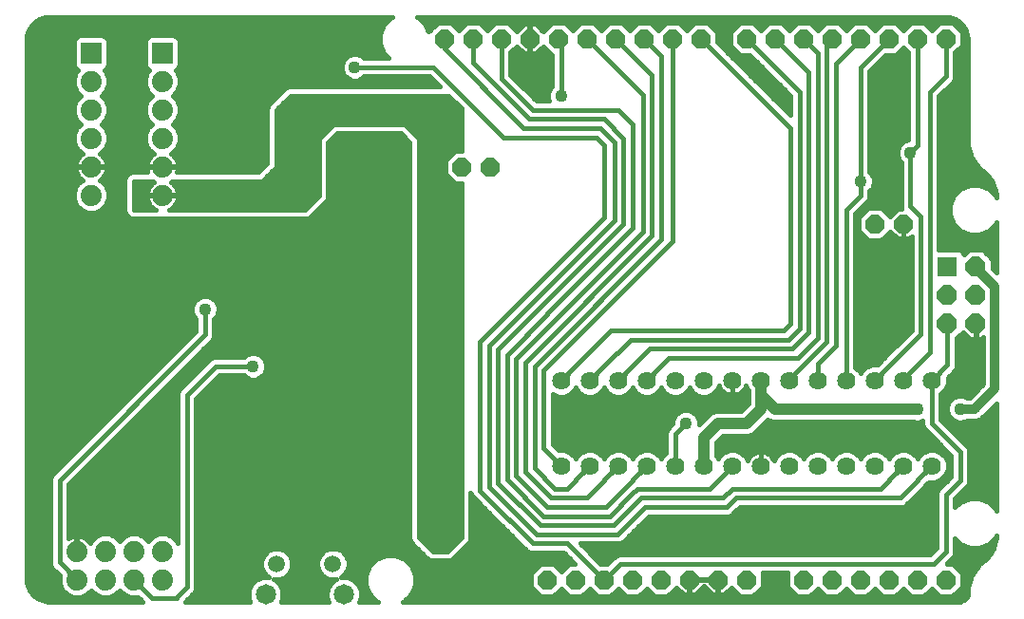
<source format=gbl>
G75*
%MOIN*%
%OFA0B0*%
%FSLAX25Y25*%
%IPPOS*%
%LPD*%
%AMOC8*
5,1,8,0,0,1.08239X$1,22.5*
%
%ADD10R,0.07400X0.07400*%
%ADD11C,0.07400*%
%ADD12C,0.06400*%
%ADD13OC8,0.06600*%
%ADD14OC8,0.07000*%
%ADD15R,0.07000X0.07000*%
%ADD16C,0.05943*%
%ADD17C,0.07124*%
%ADD18C,0.01600*%
%ADD19C,0.04362*%
%ADD20C,0.04000*%
%ADD21C,0.03200*%
D10*
X0030000Y0203848D03*
X0055000Y0203848D03*
D11*
X0055000Y0193848D03*
X0055000Y0183848D03*
X0055000Y0173848D03*
X0055000Y0163848D03*
X0055000Y0153848D03*
X0030000Y0153848D03*
X0030000Y0163848D03*
X0030000Y0173848D03*
X0030000Y0183848D03*
X0030000Y0193848D03*
X0025000Y0028848D03*
X0035000Y0028848D03*
X0045000Y0028848D03*
X0055000Y0028848D03*
X0055000Y0018848D03*
X0045000Y0018848D03*
X0035000Y0018848D03*
X0025000Y0018848D03*
D12*
X0195000Y0058848D03*
X0205000Y0058848D03*
X0215000Y0058848D03*
X0225000Y0058848D03*
X0235000Y0058848D03*
X0245000Y0058848D03*
X0255000Y0058848D03*
X0265000Y0058848D03*
X0275000Y0058848D03*
X0285000Y0058848D03*
X0295000Y0058848D03*
X0305000Y0058848D03*
X0315000Y0058848D03*
X0325000Y0058848D03*
X0325000Y0088848D03*
X0315000Y0088848D03*
X0305000Y0088848D03*
X0295000Y0088848D03*
X0285000Y0088848D03*
X0275000Y0088848D03*
X0265000Y0088848D03*
X0255000Y0088848D03*
X0245000Y0088848D03*
X0235000Y0088848D03*
X0225000Y0088848D03*
X0215000Y0088848D03*
X0205000Y0088848D03*
X0195000Y0088848D03*
D13*
X0305000Y0143848D03*
X0315000Y0143848D03*
X0310000Y0208848D03*
X0320000Y0208848D03*
X0330000Y0208848D03*
X0300000Y0208848D03*
X0290000Y0208848D03*
X0280000Y0208848D03*
X0270000Y0208848D03*
X0260000Y0208848D03*
X0244000Y0208848D03*
X0234000Y0208848D03*
X0224000Y0208848D03*
X0214000Y0208848D03*
X0204000Y0208848D03*
X0194000Y0208848D03*
X0184000Y0208848D03*
X0174000Y0208848D03*
X0164000Y0208848D03*
X0154000Y0208848D03*
X0160000Y0163848D03*
X0170000Y0163848D03*
X0190000Y0018848D03*
X0200000Y0018848D03*
X0210000Y0018848D03*
X0220000Y0018848D03*
X0230000Y0018848D03*
X0240000Y0018848D03*
X0250000Y0018848D03*
X0260000Y0018848D03*
X0280000Y0018848D03*
X0290000Y0018848D03*
X0300000Y0018848D03*
X0310000Y0018848D03*
X0320000Y0018848D03*
X0330000Y0018848D03*
D14*
X0330500Y0108848D03*
X0340500Y0108848D03*
X0340500Y0118848D03*
X0330500Y0118848D03*
X0340500Y0128848D03*
D15*
X0330500Y0128848D03*
D16*
X0114843Y0024478D03*
X0095157Y0024478D03*
D17*
X0091220Y0013848D03*
X0118780Y0013848D03*
D18*
X0011550Y0012077D02*
X0009626Y0013474D01*
X0008228Y0015398D01*
X0007494Y0017660D01*
X0007400Y0018848D01*
X0007400Y0208848D01*
X0007494Y0210037D01*
X0008228Y0212299D01*
X0009626Y0214222D01*
X0011550Y0215620D01*
X0013811Y0216355D01*
X0015000Y0216448D01*
X0135616Y0216448D01*
X0135072Y0216223D01*
X0132625Y0213776D01*
X0131301Y0210579D01*
X0131301Y0207118D01*
X0132625Y0203921D01*
X0134497Y0202048D01*
X0125779Y0202048D01*
X0125095Y0202732D01*
X0123411Y0203430D01*
X0121589Y0203430D01*
X0119905Y0202732D01*
X0118616Y0201443D01*
X0117919Y0199760D01*
X0117919Y0197937D01*
X0118616Y0196253D01*
X0119905Y0194965D01*
X0121589Y0194267D01*
X0123411Y0194267D01*
X0125095Y0194965D01*
X0125779Y0195648D01*
X0148675Y0195648D01*
X0152275Y0192048D01*
X0099363Y0192048D01*
X0098187Y0191561D01*
X0097287Y0190661D01*
X0092287Y0185661D01*
X0091800Y0184485D01*
X0091800Y0165174D01*
X0088675Y0162048D01*
X0060198Y0162048D01*
X0060365Y0162560D01*
X0060500Y0163416D01*
X0060500Y0163648D01*
X0055200Y0163648D01*
X0055200Y0164048D01*
X0060500Y0164048D01*
X0060500Y0164281D01*
X0060365Y0165136D01*
X0060097Y0165960D01*
X0059704Y0166731D01*
X0059195Y0167431D01*
X0058583Y0168044D01*
X0057981Y0168481D01*
X0058455Y0168677D01*
X0060171Y0170393D01*
X0061100Y0172635D01*
X0061100Y0175062D01*
X0060171Y0177304D01*
X0058627Y0178848D01*
X0060171Y0180393D01*
X0061100Y0182635D01*
X0061100Y0185062D01*
X0060171Y0187304D01*
X0058627Y0188848D01*
X0060171Y0190393D01*
X0061100Y0192635D01*
X0061100Y0195062D01*
X0060171Y0197304D01*
X0059566Y0197909D01*
X0060059Y0198114D01*
X0060735Y0198789D01*
X0061100Y0199671D01*
X0061100Y0208026D01*
X0060735Y0208908D01*
X0060059Y0209583D01*
X0059177Y0209948D01*
X0050823Y0209948D01*
X0049941Y0209583D01*
X0049265Y0208908D01*
X0048900Y0208026D01*
X0048900Y0199671D01*
X0049265Y0198789D01*
X0049941Y0198114D01*
X0050434Y0197909D01*
X0049829Y0197304D01*
X0048900Y0195062D01*
X0048900Y0192635D01*
X0049829Y0190393D01*
X0051373Y0188848D01*
X0049829Y0187304D01*
X0048900Y0185062D01*
X0048900Y0182635D01*
X0049829Y0180393D01*
X0051373Y0178848D01*
X0049829Y0177304D01*
X0048900Y0175062D01*
X0048900Y0172635D01*
X0049829Y0170393D01*
X0051545Y0168677D01*
X0052019Y0168481D01*
X0051417Y0168044D01*
X0050805Y0167431D01*
X0050296Y0166731D01*
X0049903Y0165960D01*
X0049635Y0165136D01*
X0049500Y0164281D01*
X0049500Y0164048D01*
X0054800Y0164048D01*
X0054800Y0163648D01*
X0049500Y0163648D01*
X0049500Y0163416D01*
X0049635Y0162560D01*
X0049802Y0162048D01*
X0044363Y0162048D01*
X0043187Y0161561D01*
X0042287Y0160661D01*
X0041800Y0159485D01*
X0041800Y0148212D01*
X0042287Y0147036D01*
X0043187Y0146136D01*
X0044363Y0145648D01*
X0105637Y0145648D01*
X0106813Y0146136D01*
X0107713Y0147036D01*
X0112713Y0152036D01*
X0113200Y0153212D01*
X0113200Y0172523D01*
X0116325Y0175648D01*
X0138675Y0175648D01*
X0141800Y0172523D01*
X0141800Y0033212D01*
X0142287Y0032036D01*
X0143187Y0031136D01*
X0148187Y0026136D01*
X0149363Y0025648D01*
X0155637Y0025648D01*
X0156813Y0026136D01*
X0157713Y0027036D01*
X0162713Y0032036D01*
X0163200Y0033212D01*
X0163200Y0049434D01*
X0163637Y0048379D01*
X0165587Y0046429D01*
X0165587Y0046429D01*
X0166134Y0045882D01*
X0182180Y0029836D01*
X0183080Y0028936D01*
X0184257Y0028448D01*
X0195875Y0028448D01*
X0199775Y0024548D01*
X0197639Y0024548D01*
X0195000Y0021909D01*
X0192361Y0024548D01*
X0187639Y0024548D01*
X0184300Y0021209D01*
X0184300Y0016487D01*
X0187639Y0013148D01*
X0192361Y0013148D01*
X0195000Y0015787D01*
X0197639Y0013148D01*
X0202361Y0013148D01*
X0205000Y0015787D01*
X0207639Y0013148D01*
X0212361Y0013148D01*
X0215000Y0015787D01*
X0217639Y0013148D01*
X0222361Y0013148D01*
X0225000Y0015787D01*
X0227639Y0013148D01*
X0232361Y0013148D01*
X0235424Y0016212D01*
X0237888Y0013748D01*
X0239816Y0013748D01*
X0239816Y0018664D01*
X0240184Y0018664D01*
X0240184Y0013748D01*
X0242112Y0013748D01*
X0245000Y0016636D01*
X0247888Y0013748D01*
X0249816Y0013748D01*
X0249816Y0018664D01*
X0250184Y0018664D01*
X0250184Y0013748D01*
X0252112Y0013748D01*
X0254576Y0016212D01*
X0257639Y0013148D01*
X0262361Y0013148D01*
X0265700Y0016487D01*
X0265700Y0021209D01*
X0265561Y0021348D01*
X0274439Y0021348D01*
X0274300Y0021209D01*
X0274300Y0016487D01*
X0277639Y0013148D01*
X0282361Y0013148D01*
X0285000Y0015787D01*
X0287639Y0013148D01*
X0292361Y0013148D01*
X0295000Y0015787D01*
X0297639Y0013148D01*
X0302361Y0013148D01*
X0305000Y0015787D01*
X0307639Y0013148D01*
X0312361Y0013148D01*
X0315000Y0015787D01*
X0317639Y0013148D01*
X0322361Y0013148D01*
X0325000Y0015787D01*
X0327639Y0013148D01*
X0332361Y0013148D01*
X0335700Y0016487D01*
X0335700Y0021209D01*
X0332361Y0024548D01*
X0330225Y0024548D01*
X0331813Y0026136D01*
X0332713Y0027036D01*
X0333200Y0028212D01*
X0333200Y0033346D01*
X0335072Y0031474D01*
X0338270Y0030149D01*
X0341730Y0030149D01*
X0344928Y0031474D01*
X0347375Y0033921D01*
X0347600Y0034464D01*
X0347600Y0033848D01*
X0347480Y0032294D01*
X0346534Y0029332D01*
X0344732Y0026798D01*
X0343560Y0025768D01*
X0343178Y0025482D01*
X0341703Y0024376D01*
X0339012Y0020592D01*
X0337600Y0016170D01*
X0337600Y0013848D01*
X0337550Y0013341D01*
X0337162Y0012404D01*
X0336444Y0011687D01*
X0335507Y0011298D01*
X0335000Y0011248D01*
X0139384Y0011248D01*
X0139928Y0011474D01*
X0142375Y0013921D01*
X0143699Y0017118D01*
X0143699Y0020579D01*
X0142375Y0023776D01*
X0139928Y0026223D01*
X0136730Y0027548D01*
X0133270Y0027548D01*
X0130072Y0026223D01*
X0127625Y0023776D01*
X0126301Y0020579D01*
X0126301Y0017118D01*
X0127625Y0013921D01*
X0130072Y0011474D01*
X0130616Y0011248D01*
X0124156Y0011248D01*
X0124742Y0012662D01*
X0124742Y0015034D01*
X0123834Y0017226D01*
X0122157Y0018903D01*
X0119965Y0019811D01*
X0117610Y0019811D01*
X0117885Y0019924D01*
X0119396Y0021436D01*
X0120214Y0023410D01*
X0120214Y0025547D01*
X0119396Y0027521D01*
X0117885Y0029032D01*
X0115911Y0029850D01*
X0113774Y0029850D01*
X0111800Y0029032D01*
X0110289Y0027521D01*
X0109471Y0025547D01*
X0109471Y0023410D01*
X0110289Y0021436D01*
X0111800Y0019924D01*
X0113774Y0019107D01*
X0115894Y0019107D01*
X0115402Y0018903D01*
X0113725Y0017226D01*
X0112817Y0015034D01*
X0112817Y0012662D01*
X0113403Y0011248D01*
X0096597Y0011248D01*
X0097183Y0012662D01*
X0097183Y0015034D01*
X0096275Y0017226D01*
X0094598Y0018903D01*
X0094106Y0019107D01*
X0096226Y0019107D01*
X0098200Y0019924D01*
X0099711Y0021436D01*
X0100529Y0023410D01*
X0100529Y0025547D01*
X0099711Y0027521D01*
X0098200Y0029032D01*
X0096226Y0029850D01*
X0094089Y0029850D01*
X0092115Y0029032D01*
X0090604Y0027521D01*
X0089786Y0025547D01*
X0089786Y0023410D01*
X0090604Y0021436D01*
X0092115Y0019924D01*
X0092390Y0019811D01*
X0090035Y0019811D01*
X0087843Y0018903D01*
X0086166Y0017226D01*
X0085258Y0015034D01*
X0085258Y0012662D01*
X0085844Y0011248D01*
X0063052Y0011248D01*
X0065413Y0013609D01*
X0066313Y0014509D01*
X0066800Y0015685D01*
X0066800Y0082523D01*
X0074925Y0090648D01*
X0083596Y0090648D01*
X0084280Y0089965D01*
X0085964Y0089267D01*
X0087786Y0089267D01*
X0089470Y0089965D01*
X0090759Y0091253D01*
X0091456Y0092937D01*
X0091456Y0094760D01*
X0090759Y0096443D01*
X0089470Y0097732D01*
X0087786Y0098430D01*
X0085964Y0098430D01*
X0084280Y0097732D01*
X0083596Y0097048D01*
X0072963Y0097048D01*
X0071787Y0096561D01*
X0070887Y0095661D01*
X0060887Y0085661D01*
X0060400Y0084485D01*
X0060400Y0031752D01*
X0060171Y0032304D01*
X0058455Y0034020D01*
X0056213Y0034948D01*
X0053787Y0034948D01*
X0051545Y0034020D01*
X0050000Y0032475D01*
X0048455Y0034020D01*
X0046213Y0034948D01*
X0043787Y0034948D01*
X0041545Y0034020D01*
X0040000Y0032475D01*
X0038455Y0034020D01*
X0036213Y0034948D01*
X0033787Y0034948D01*
X0031545Y0034020D01*
X0029829Y0032304D01*
X0029632Y0031830D01*
X0029195Y0032431D01*
X0028583Y0033044D01*
X0027883Y0033552D01*
X0027111Y0033945D01*
X0026288Y0034213D01*
X0025433Y0034348D01*
X0025200Y0034348D01*
X0025200Y0029048D01*
X0024800Y0029048D01*
X0024800Y0034348D01*
X0024567Y0034348D01*
X0023712Y0034213D01*
X0022889Y0033945D01*
X0022117Y0033552D01*
X0022100Y0033540D01*
X0022100Y0052523D01*
X0072713Y0103136D01*
X0073200Y0104312D01*
X0073200Y0110570D01*
X0073884Y0111253D01*
X0074581Y0112937D01*
X0074581Y0114760D01*
X0073884Y0116443D01*
X0072595Y0117732D01*
X0070911Y0118430D01*
X0069089Y0118430D01*
X0067405Y0117732D01*
X0066116Y0116443D01*
X0065419Y0114760D01*
X0065419Y0112937D01*
X0066116Y0111253D01*
X0066800Y0110570D01*
X0066800Y0106274D01*
X0017087Y0056561D01*
X0016187Y0055661D01*
X0015700Y0054485D01*
X0015700Y0024312D01*
X0016187Y0023136D01*
X0017087Y0022236D01*
X0019006Y0020317D01*
X0018900Y0020062D01*
X0018900Y0017635D01*
X0019829Y0015393D01*
X0021545Y0013677D01*
X0023787Y0012748D01*
X0026213Y0012748D01*
X0028455Y0013677D01*
X0030000Y0015222D01*
X0031545Y0013677D01*
X0033787Y0012748D01*
X0036213Y0012748D01*
X0038455Y0013677D01*
X0040000Y0015222D01*
X0041545Y0013677D01*
X0043787Y0012748D01*
X0046213Y0012748D01*
X0046469Y0012854D01*
X0048075Y0011248D01*
X0015000Y0011248D01*
X0013811Y0011342D01*
X0011550Y0012077D01*
X0011646Y0012045D02*
X0047277Y0012045D01*
X0051250Y0012598D02*
X0045000Y0018848D01*
X0041625Y0013644D02*
X0038375Y0013644D01*
X0031625Y0013644D02*
X0028375Y0013644D01*
X0025000Y0018848D02*
X0018900Y0024948D01*
X0018900Y0053848D01*
X0070000Y0104948D01*
X0070000Y0113848D01*
X0065911Y0115949D02*
X0007400Y0115949D01*
X0007400Y0117547D02*
X0067220Y0117547D01*
X0072780Y0117547D02*
X0141800Y0117547D01*
X0141800Y0115949D02*
X0074089Y0115949D01*
X0074581Y0114350D02*
X0141800Y0114350D01*
X0141800Y0112752D02*
X0074504Y0112752D01*
X0073783Y0111153D02*
X0141800Y0111153D01*
X0141800Y0109555D02*
X0073200Y0109555D01*
X0073200Y0107956D02*
X0141800Y0107956D01*
X0141800Y0106358D02*
X0073200Y0106358D01*
X0073200Y0104759D02*
X0141800Y0104759D01*
X0141800Y0103161D02*
X0072723Y0103161D01*
X0071139Y0101562D02*
X0141800Y0101562D01*
X0141800Y0099964D02*
X0069541Y0099964D01*
X0067942Y0098365D02*
X0085808Y0098365D01*
X0087942Y0098365D02*
X0141800Y0098365D01*
X0141800Y0096767D02*
X0090436Y0096767D01*
X0091287Y0095168D02*
X0141800Y0095168D01*
X0141800Y0093570D02*
X0091456Y0093570D01*
X0091056Y0091971D02*
X0141800Y0091971D01*
X0141800Y0090373D02*
X0089878Y0090373D01*
X0086875Y0093848D02*
X0073600Y0093848D01*
X0063600Y0083848D01*
X0063600Y0016322D01*
X0060000Y0012722D01*
X0060000Y0012598D01*
X0051250Y0012598D01*
X0063849Y0012045D02*
X0085514Y0012045D01*
X0085258Y0013644D02*
X0065448Y0013644D01*
X0066617Y0015242D02*
X0085344Y0015242D01*
X0086007Y0016841D02*
X0066800Y0016841D01*
X0066800Y0018439D02*
X0087380Y0018439D01*
X0090520Y0021637D02*
X0066800Y0021637D01*
X0066800Y0023235D02*
X0089858Y0023235D01*
X0089786Y0024834D02*
X0066800Y0024834D01*
X0066800Y0026432D02*
X0090152Y0026432D01*
X0091113Y0028031D02*
X0066800Y0028031D01*
X0066800Y0029629D02*
X0093556Y0029629D01*
X0096759Y0029629D02*
X0113241Y0029629D01*
X0110798Y0028031D02*
X0099202Y0028031D01*
X0100162Y0026432D02*
X0109838Y0026432D01*
X0109471Y0024834D02*
X0100529Y0024834D01*
X0100457Y0023235D02*
X0109543Y0023235D01*
X0110205Y0021637D02*
X0099795Y0021637D01*
X0098314Y0020038D02*
X0111686Y0020038D01*
X0114939Y0018439D02*
X0095061Y0018439D01*
X0096434Y0016841D02*
X0113566Y0016841D01*
X0112904Y0015242D02*
X0097096Y0015242D01*
X0097183Y0013644D02*
X0112817Y0013644D01*
X0113073Y0012045D02*
X0096927Y0012045D01*
X0092001Y0020038D02*
X0066800Y0020038D01*
X0066800Y0031228D02*
X0143095Y0031228D01*
X0141960Y0032826D02*
X0066800Y0032826D01*
X0066800Y0034425D02*
X0141800Y0034425D01*
X0141800Y0036023D02*
X0066800Y0036023D01*
X0066800Y0037622D02*
X0141800Y0037622D01*
X0141800Y0039220D02*
X0066800Y0039220D01*
X0066800Y0040819D02*
X0141800Y0040819D01*
X0141800Y0042417D02*
X0066800Y0042417D01*
X0066800Y0044016D02*
X0141800Y0044016D01*
X0141800Y0045614D02*
X0066800Y0045614D01*
X0066800Y0047213D02*
X0141800Y0047213D01*
X0141800Y0048811D02*
X0066800Y0048811D01*
X0066800Y0050410D02*
X0141800Y0050410D01*
X0141800Y0052008D02*
X0066800Y0052008D01*
X0066800Y0053607D02*
X0141800Y0053607D01*
X0141800Y0055205D02*
X0066800Y0055205D01*
X0066800Y0056804D02*
X0141800Y0056804D01*
X0141800Y0058402D02*
X0066800Y0058402D01*
X0066800Y0060001D02*
X0141800Y0060001D01*
X0141800Y0061599D02*
X0066800Y0061599D01*
X0066800Y0063198D02*
X0141800Y0063198D01*
X0141800Y0064796D02*
X0066800Y0064796D01*
X0066800Y0066395D02*
X0141800Y0066395D01*
X0141800Y0067993D02*
X0066800Y0067993D01*
X0066800Y0069592D02*
X0141800Y0069592D01*
X0141800Y0071190D02*
X0066800Y0071190D01*
X0066800Y0072789D02*
X0141800Y0072789D01*
X0141800Y0074387D02*
X0066800Y0074387D01*
X0066800Y0075986D02*
X0141800Y0075986D01*
X0141800Y0077584D02*
X0066800Y0077584D01*
X0066800Y0079183D02*
X0141800Y0079183D01*
X0141800Y0080781D02*
X0066800Y0080781D01*
X0066800Y0082380D02*
X0141800Y0082380D01*
X0141800Y0083978D02*
X0068256Y0083978D01*
X0069854Y0085577D02*
X0141800Y0085577D01*
X0141800Y0087175D02*
X0071453Y0087175D01*
X0073051Y0088774D02*
X0141800Y0088774D01*
X0145000Y0088774D02*
X0160000Y0088774D01*
X0160000Y0090373D02*
X0145000Y0090373D01*
X0145000Y0091971D02*
X0160000Y0091971D01*
X0160000Y0093570D02*
X0145000Y0093570D01*
X0145000Y0095168D02*
X0160000Y0095168D01*
X0160000Y0096767D02*
X0145000Y0096767D01*
X0145000Y0098365D02*
X0160000Y0098365D01*
X0160000Y0099964D02*
X0145000Y0099964D01*
X0145000Y0101562D02*
X0160000Y0101562D01*
X0160000Y0103161D02*
X0145000Y0103161D01*
X0145000Y0104759D02*
X0160000Y0104759D01*
X0160000Y0106358D02*
X0145000Y0106358D01*
X0145000Y0107956D02*
X0160000Y0107956D01*
X0160000Y0109555D02*
X0145000Y0109555D01*
X0145000Y0111153D02*
X0160000Y0111153D01*
X0160000Y0112752D02*
X0145000Y0112752D01*
X0145000Y0114350D02*
X0160000Y0114350D01*
X0160000Y0115949D02*
X0145000Y0115949D01*
X0145000Y0117547D02*
X0160000Y0117547D01*
X0160000Y0119146D02*
X0145000Y0119146D01*
X0145000Y0120744D02*
X0160000Y0120744D01*
X0160000Y0122343D02*
X0145000Y0122343D01*
X0145000Y0123941D02*
X0160000Y0123941D01*
X0160000Y0125540D02*
X0145000Y0125540D01*
X0145000Y0127138D02*
X0160000Y0127138D01*
X0160000Y0128737D02*
X0145000Y0128737D01*
X0145000Y0130335D02*
X0160000Y0130335D01*
X0160000Y0131934D02*
X0145000Y0131934D01*
X0145000Y0133532D02*
X0160000Y0133532D01*
X0160000Y0135131D02*
X0145000Y0135131D01*
X0145000Y0136729D02*
X0160000Y0136729D01*
X0160000Y0138328D02*
X0145000Y0138328D01*
X0145000Y0139926D02*
X0160000Y0139926D01*
X0160000Y0141525D02*
X0145000Y0141525D01*
X0145000Y0143123D02*
X0160000Y0143123D01*
X0160000Y0144722D02*
X0145000Y0144722D01*
X0145000Y0146320D02*
X0160000Y0146320D01*
X0160000Y0147919D02*
X0145000Y0147919D01*
X0145000Y0149517D02*
X0160000Y0149517D01*
X0160000Y0151116D02*
X0145000Y0151116D01*
X0145000Y0152714D02*
X0160000Y0152714D01*
X0160000Y0154313D02*
X0145000Y0154313D01*
X0145000Y0155911D02*
X0160000Y0155911D01*
X0160000Y0157510D02*
X0145000Y0157510D01*
X0145000Y0159108D02*
X0156679Y0159108D01*
X0157639Y0158148D02*
X0154300Y0161487D01*
X0154300Y0166209D01*
X0157639Y0169548D01*
X0160000Y0169548D01*
X0160000Y0184323D01*
X0155475Y0188848D01*
X0100000Y0188848D01*
X0095000Y0183848D01*
X0095000Y0163848D01*
X0090000Y0158848D01*
X0058627Y0158848D01*
X0058455Y0158677D01*
X0057981Y0158481D01*
X0058583Y0158044D01*
X0059195Y0157431D01*
X0059704Y0156731D01*
X0060097Y0155960D01*
X0060365Y0155136D01*
X0060500Y0154281D01*
X0060500Y0154048D01*
X0055200Y0154048D01*
X0055200Y0153648D01*
X0060500Y0153648D01*
X0060500Y0153416D01*
X0060365Y0152560D01*
X0060097Y0151737D01*
X0059704Y0150966D01*
X0059195Y0150265D01*
X0058583Y0149653D01*
X0057883Y0149144D01*
X0057302Y0148848D01*
X0105000Y0148848D01*
X0110000Y0153848D01*
X0110000Y0173848D01*
X0115000Y0178848D01*
X0140000Y0178848D01*
X0145000Y0173848D01*
X0145000Y0033848D01*
X0150000Y0028848D01*
X0155000Y0028848D01*
X0160000Y0033848D01*
X0160000Y0158148D01*
X0157639Y0158148D01*
X0155080Y0160707D02*
X0145000Y0160707D01*
X0145000Y0162306D02*
X0154300Y0162306D01*
X0154300Y0163904D02*
X0145000Y0163904D01*
X0145000Y0165503D02*
X0154300Y0165503D01*
X0155192Y0167101D02*
X0145000Y0167101D01*
X0145000Y0168700D02*
X0156790Y0168700D01*
X0160000Y0170298D02*
X0145000Y0170298D01*
X0145000Y0171897D02*
X0160000Y0171897D01*
X0160000Y0173495D02*
X0145000Y0173495D01*
X0143755Y0175094D02*
X0160000Y0175094D01*
X0160000Y0176692D02*
X0142156Y0176692D01*
X0140558Y0178291D02*
X0160000Y0178291D01*
X0160000Y0179889D02*
X0095000Y0179889D01*
X0095000Y0178291D02*
X0114442Y0178291D01*
X0112844Y0176692D02*
X0095000Y0176692D01*
X0095000Y0175094D02*
X0111245Y0175094D01*
X0110000Y0173495D02*
X0095000Y0173495D01*
X0095000Y0171897D02*
X0110000Y0171897D01*
X0110000Y0170298D02*
X0095000Y0170298D01*
X0095000Y0168700D02*
X0110000Y0168700D01*
X0110000Y0167101D02*
X0095000Y0167101D01*
X0095000Y0165503D02*
X0110000Y0165503D01*
X0110000Y0163904D02*
X0095000Y0163904D01*
X0093457Y0162306D02*
X0110000Y0162306D01*
X0110000Y0160707D02*
X0091859Y0160707D01*
X0090260Y0159108D02*
X0110000Y0159108D01*
X0110000Y0157510D02*
X0059117Y0157510D01*
X0060113Y0155911D02*
X0110000Y0155911D01*
X0110000Y0154313D02*
X0060495Y0154313D01*
X0060389Y0152714D02*
X0108866Y0152714D01*
X0107268Y0151116D02*
X0059781Y0151116D01*
X0058396Y0149517D02*
X0105669Y0149517D01*
X0107713Y0147036D02*
X0107713Y0147036D01*
X0106997Y0146320D02*
X0141800Y0146320D01*
X0141800Y0144722D02*
X0007400Y0144722D01*
X0007400Y0146320D02*
X0043003Y0146320D01*
X0041921Y0147919D02*
X0031625Y0147919D01*
X0031213Y0147748D02*
X0033455Y0148677D01*
X0035171Y0150393D01*
X0036100Y0152635D01*
X0036100Y0155062D01*
X0035171Y0157304D01*
X0033455Y0159020D01*
X0032981Y0159216D01*
X0033583Y0159653D01*
X0034195Y0160265D01*
X0034704Y0160966D01*
X0035097Y0161737D01*
X0035365Y0162560D01*
X0035500Y0163416D01*
X0035500Y0163648D01*
X0030200Y0163648D01*
X0030200Y0164048D01*
X0035500Y0164048D01*
X0035500Y0164281D01*
X0035365Y0165136D01*
X0035097Y0165960D01*
X0034704Y0166731D01*
X0034195Y0167431D01*
X0033583Y0168044D01*
X0032981Y0168481D01*
X0033455Y0168677D01*
X0035171Y0170393D01*
X0036100Y0172635D01*
X0036100Y0175062D01*
X0035171Y0177304D01*
X0033627Y0178848D01*
X0035171Y0180393D01*
X0036100Y0182635D01*
X0036100Y0185062D01*
X0035171Y0187304D01*
X0033627Y0188848D01*
X0035171Y0190393D01*
X0036100Y0192635D01*
X0036100Y0195062D01*
X0035171Y0197304D01*
X0034566Y0197909D01*
X0035059Y0198114D01*
X0035735Y0198789D01*
X0036100Y0199671D01*
X0036100Y0208026D01*
X0035735Y0208908D01*
X0035059Y0209583D01*
X0034177Y0209948D01*
X0025823Y0209948D01*
X0024941Y0209583D01*
X0024265Y0208908D01*
X0023900Y0208026D01*
X0023900Y0199671D01*
X0024265Y0198789D01*
X0024941Y0198114D01*
X0025434Y0197909D01*
X0024829Y0197304D01*
X0023900Y0195062D01*
X0023900Y0192635D01*
X0024829Y0190393D01*
X0026373Y0188848D01*
X0024829Y0187304D01*
X0023900Y0185062D01*
X0023900Y0182635D01*
X0024829Y0180393D01*
X0026373Y0178848D01*
X0024829Y0177304D01*
X0023900Y0175062D01*
X0023900Y0172635D01*
X0024829Y0170393D01*
X0026545Y0168677D01*
X0027019Y0168481D01*
X0026417Y0168044D01*
X0025805Y0167431D01*
X0025296Y0166731D01*
X0024903Y0165960D01*
X0024635Y0165136D01*
X0024500Y0164281D01*
X0024500Y0164048D01*
X0029800Y0164048D01*
X0029800Y0163648D01*
X0024500Y0163648D01*
X0024500Y0163416D01*
X0024635Y0162560D01*
X0024903Y0161737D01*
X0025296Y0160966D01*
X0025805Y0160265D01*
X0026417Y0159653D01*
X0027019Y0159216D01*
X0026545Y0159020D01*
X0024829Y0157304D01*
X0023900Y0155062D01*
X0023900Y0152635D01*
X0024829Y0150393D01*
X0026545Y0148677D01*
X0028787Y0147748D01*
X0031213Y0147748D01*
X0028375Y0147919D02*
X0007400Y0147919D01*
X0007400Y0149517D02*
X0025704Y0149517D01*
X0024529Y0151116D02*
X0007400Y0151116D01*
X0007400Y0152714D02*
X0023900Y0152714D01*
X0023900Y0154313D02*
X0007400Y0154313D01*
X0007400Y0155911D02*
X0024252Y0155911D01*
X0025035Y0157510D02*
X0007400Y0157510D01*
X0007400Y0159108D02*
X0026759Y0159108D01*
X0025484Y0160707D02*
X0007400Y0160707D01*
X0007400Y0162306D02*
X0024718Y0162306D01*
X0029800Y0163904D02*
X0007400Y0163904D01*
X0007400Y0165503D02*
X0024754Y0165503D01*
X0025565Y0167101D02*
X0007400Y0167101D01*
X0007400Y0168700D02*
X0026522Y0168700D01*
X0024924Y0170298D02*
X0007400Y0170298D01*
X0007400Y0171897D02*
X0024206Y0171897D01*
X0023900Y0173495D02*
X0007400Y0173495D01*
X0007400Y0175094D02*
X0023913Y0175094D01*
X0024575Y0176692D02*
X0007400Y0176692D01*
X0007400Y0178291D02*
X0025816Y0178291D01*
X0025333Y0179889D02*
X0007400Y0179889D01*
X0007400Y0181488D02*
X0024375Y0181488D01*
X0023900Y0183086D02*
X0007400Y0183086D01*
X0007400Y0184685D02*
X0023900Y0184685D01*
X0024406Y0186283D02*
X0007400Y0186283D01*
X0007400Y0187882D02*
X0025407Y0187882D01*
X0025742Y0189480D02*
X0007400Y0189480D01*
X0007400Y0191079D02*
X0024545Y0191079D01*
X0023900Y0192677D02*
X0007400Y0192677D01*
X0007400Y0194276D02*
X0023900Y0194276D01*
X0024237Y0195874D02*
X0007400Y0195874D01*
X0007400Y0197473D02*
X0024998Y0197473D01*
X0024148Y0199071D02*
X0007400Y0199071D01*
X0007400Y0200670D02*
X0023900Y0200670D01*
X0023900Y0202268D02*
X0007400Y0202268D01*
X0007400Y0203867D02*
X0023900Y0203867D01*
X0023900Y0205465D02*
X0007400Y0205465D01*
X0007400Y0207064D02*
X0023900Y0207064D01*
X0024164Y0208662D02*
X0007400Y0208662D01*
X0007566Y0210261D02*
X0131301Y0210261D01*
X0131301Y0208662D02*
X0060836Y0208662D01*
X0061100Y0207064D02*
X0131323Y0207064D01*
X0131985Y0205465D02*
X0061100Y0205465D01*
X0061100Y0203867D02*
X0132679Y0203867D01*
X0134278Y0202268D02*
X0125559Y0202268D01*
X0122500Y0198848D02*
X0150000Y0198848D01*
X0174600Y0174248D01*
X0207349Y0174248D01*
X0210000Y0171597D01*
X0210000Y0146001D01*
X0166350Y0102351D01*
X0166350Y0050192D01*
X0167400Y0049142D01*
X0168847Y0047695D01*
X0184893Y0031648D01*
X0197200Y0031648D01*
X0210000Y0018848D01*
X0215700Y0024548D01*
X0325700Y0024548D01*
X0330000Y0028848D01*
X0330000Y0048848D01*
X0335000Y0053848D01*
X0335000Y0063848D01*
X0325000Y0073848D01*
X0325000Y0088848D01*
X0330500Y0094348D01*
X0330500Y0108848D01*
X0334755Y0104759D02*
X0337094Y0104759D01*
X0335924Y0105929D02*
X0333700Y0103705D01*
X0333700Y0093712D01*
X0333213Y0092536D01*
X0330600Y0089923D01*
X0330600Y0087735D01*
X0329747Y0085676D01*
X0328200Y0084129D01*
X0328200Y0075174D01*
X0336813Y0066561D01*
X0337713Y0065661D01*
X0338200Y0064485D01*
X0338200Y0054485D01*
X0338200Y0053212D01*
X0337713Y0052036D01*
X0333200Y0047523D01*
X0333200Y0044351D01*
X0335072Y0046223D01*
X0338270Y0047548D01*
X0341730Y0047548D01*
X0344928Y0046223D01*
X0347375Y0043776D01*
X0347600Y0043232D01*
X0347600Y0080792D01*
X0343391Y0076583D01*
X0342266Y0075457D01*
X0340796Y0074848D01*
X0337314Y0074848D01*
X0335911Y0074267D01*
X0334089Y0074267D01*
X0332405Y0074965D01*
X0331116Y0076253D01*
X0330419Y0077937D01*
X0330419Y0079760D01*
X0331116Y0081443D01*
X0332405Y0082732D01*
X0334089Y0083430D01*
X0335911Y0083430D01*
X0337314Y0082848D01*
X0338343Y0082848D01*
X0343200Y0087705D01*
X0343200Y0104053D01*
X0342695Y0103548D01*
X0340684Y0103548D01*
X0340684Y0108664D01*
X0340316Y0108664D01*
X0340316Y0103548D01*
X0338305Y0103548D01*
X0335924Y0105929D01*
X0340316Y0106358D02*
X0340684Y0106358D01*
X0340684Y0107956D02*
X0340316Y0107956D01*
X0340316Y0104759D02*
X0340684Y0104759D01*
X0343200Y0103161D02*
X0333700Y0103161D01*
X0333700Y0101562D02*
X0343200Y0101562D01*
X0343200Y0099964D02*
X0333700Y0099964D01*
X0333700Y0098365D02*
X0343200Y0098365D01*
X0343200Y0096767D02*
X0333700Y0096767D01*
X0333700Y0095168D02*
X0343200Y0095168D01*
X0343200Y0093570D02*
X0333641Y0093570D01*
X0332648Y0091971D02*
X0343200Y0091971D01*
X0343200Y0090373D02*
X0331050Y0090373D01*
X0330600Y0088774D02*
X0343200Y0088774D01*
X0342670Y0087175D02*
X0330368Y0087175D01*
X0329648Y0085577D02*
X0341072Y0085577D01*
X0339473Y0083978D02*
X0328200Y0083978D01*
X0328200Y0082380D02*
X0332053Y0082380D01*
X0330842Y0080781D02*
X0328200Y0080781D01*
X0328200Y0079183D02*
X0330419Y0079183D01*
X0330565Y0077584D02*
X0328200Y0077584D01*
X0328200Y0075986D02*
X0331384Y0075986D01*
X0328987Y0074387D02*
X0333799Y0074387D01*
X0336201Y0074387D02*
X0347600Y0074387D01*
X0347600Y0072789D02*
X0330585Y0072789D01*
X0332184Y0071190D02*
X0347600Y0071190D01*
X0347600Y0069592D02*
X0333782Y0069592D01*
X0335381Y0067993D02*
X0347600Y0067993D01*
X0347600Y0066395D02*
X0336979Y0066395D01*
X0338071Y0064796D02*
X0347600Y0064796D01*
X0347600Y0063198D02*
X0338200Y0063198D01*
X0338200Y0061599D02*
X0347600Y0061599D01*
X0347600Y0060001D02*
X0338200Y0060001D01*
X0338200Y0058402D02*
X0347600Y0058402D01*
X0347600Y0056804D02*
X0338200Y0056804D01*
X0338200Y0055205D02*
X0347600Y0055205D01*
X0347600Y0053607D02*
X0338200Y0053607D01*
X0337685Y0052008D02*
X0347600Y0052008D01*
X0347600Y0050410D02*
X0336087Y0050410D01*
X0334488Y0048811D02*
X0347600Y0048811D01*
X0347600Y0047213D02*
X0342539Y0047213D01*
X0345537Y0045614D02*
X0347600Y0045614D01*
X0347600Y0044016D02*
X0347135Y0044016D01*
X0337461Y0047213D02*
X0333200Y0047213D01*
X0333200Y0045614D02*
X0334463Y0045614D01*
X0326800Y0049485D02*
X0327287Y0050661D01*
X0331800Y0055174D01*
X0331800Y0062523D01*
X0322287Y0072036D01*
X0321800Y0073212D01*
X0321800Y0074635D01*
X0320911Y0074267D01*
X0319089Y0074267D01*
X0318652Y0074448D01*
X0269125Y0074448D01*
X0267508Y0075118D01*
X0267500Y0075126D01*
X0267492Y0075118D01*
X0262492Y0070118D01*
X0260875Y0069448D01*
X0251823Y0069448D01*
X0249400Y0067026D01*
X0249400Y0062368D01*
X0249747Y0062021D01*
X0250000Y0061411D01*
X0250253Y0062021D01*
X0251828Y0063596D01*
X0253886Y0064448D01*
X0256114Y0064448D01*
X0258172Y0063596D01*
X0259747Y0062021D01*
X0260322Y0060633D01*
X0260366Y0060768D01*
X0260724Y0061469D01*
X0261186Y0062106D01*
X0261743Y0062662D01*
X0262379Y0063125D01*
X0263081Y0063482D01*
X0263829Y0063725D01*
X0264606Y0063848D01*
X0265000Y0063848D01*
X0265000Y0058849D01*
X0265000Y0063848D01*
X0265394Y0063848D01*
X0266171Y0063725D01*
X0266919Y0063482D01*
X0267621Y0063125D01*
X0268257Y0062662D01*
X0268814Y0062106D01*
X0269276Y0061469D01*
X0269634Y0060768D01*
X0269678Y0060633D01*
X0270253Y0062021D01*
X0271828Y0063596D01*
X0273886Y0064448D01*
X0276114Y0064448D01*
X0278172Y0063596D01*
X0279747Y0062021D01*
X0280000Y0061411D01*
X0280253Y0062021D01*
X0281828Y0063596D01*
X0283886Y0064448D01*
X0286114Y0064448D01*
X0288172Y0063596D01*
X0289747Y0062021D01*
X0290000Y0061411D01*
X0290253Y0062021D01*
X0291828Y0063596D01*
X0293886Y0064448D01*
X0296114Y0064448D01*
X0298172Y0063596D01*
X0299747Y0062021D01*
X0300000Y0061411D01*
X0300253Y0062021D01*
X0301828Y0063596D01*
X0303886Y0064448D01*
X0306114Y0064448D01*
X0308172Y0063596D01*
X0309747Y0062021D01*
X0310000Y0061411D01*
X0310253Y0062021D01*
X0311828Y0063596D01*
X0313886Y0064448D01*
X0316114Y0064448D01*
X0318172Y0063596D01*
X0319747Y0062021D01*
X0320000Y0061411D01*
X0320253Y0062021D01*
X0321828Y0063596D01*
X0323886Y0064448D01*
X0326114Y0064448D01*
X0328172Y0063596D01*
X0329747Y0062021D01*
X0330600Y0059962D01*
X0330600Y0057735D01*
X0329747Y0055676D01*
X0328172Y0054101D01*
X0326114Y0053248D01*
X0323925Y0053248D01*
X0323022Y0052345D01*
X0322913Y0052082D01*
X0316667Y0045836D01*
X0315767Y0044936D01*
X0314590Y0044448D01*
X0257651Y0044448D01*
X0255838Y0042636D01*
X0255838Y0042636D01*
X0254938Y0041736D01*
X0253762Y0041248D01*
X0225656Y0041248D01*
X0216543Y0032136D01*
X0215367Y0031648D01*
X0201725Y0031648D01*
X0208825Y0024548D01*
X0211175Y0024548D01*
X0212987Y0026361D01*
X0213887Y0027261D01*
X0215063Y0027748D01*
X0324375Y0027748D01*
X0326800Y0030174D01*
X0326800Y0049485D01*
X0326800Y0048811D02*
X0319642Y0048811D01*
X0318044Y0047213D02*
X0326800Y0047213D01*
X0326800Y0045614D02*
X0316445Y0045614D01*
X0313954Y0047648D02*
X0256325Y0047648D01*
X0253125Y0044448D01*
X0224330Y0044448D01*
X0214730Y0034848D01*
X0186219Y0034848D01*
X0169550Y0051517D01*
X0169550Y0101026D01*
X0213600Y0145076D01*
X0213600Y0172523D01*
X0208675Y0177448D01*
X0181875Y0177448D01*
X0154000Y0205323D01*
X0154000Y0208848D01*
X0148398Y0211307D02*
X0147375Y0213776D01*
X0144928Y0216223D01*
X0144384Y0216448D01*
X0330000Y0216448D01*
X0331189Y0216355D01*
X0333450Y0215620D01*
X0335374Y0214222D01*
X0336772Y0212299D01*
X0337506Y0210037D01*
X0337600Y0208848D01*
X0337600Y0171527D01*
X0339012Y0167105D01*
X0339012Y0167105D01*
X0341703Y0163321D01*
X0343178Y0162215D01*
X0343560Y0161928D01*
X0344732Y0160899D01*
X0346534Y0158365D01*
X0347480Y0155403D01*
X0347600Y0153848D01*
X0347600Y0153232D01*
X0347375Y0153776D01*
X0344928Y0156223D01*
X0341730Y0157548D01*
X0338270Y0157548D01*
X0335072Y0156223D01*
X0332625Y0153776D01*
X0331301Y0150579D01*
X0331301Y0147118D01*
X0332625Y0143921D01*
X0335072Y0141474D01*
X0338270Y0140149D01*
X0341730Y0140149D01*
X0344928Y0141474D01*
X0347375Y0143921D01*
X0347600Y0144464D01*
X0347600Y0126880D01*
X0346400Y0128081D01*
X0346400Y0131292D01*
X0342944Y0134748D01*
X0338056Y0134748D01*
X0336322Y0133014D01*
X0336035Y0133708D01*
X0335359Y0134383D01*
X0334477Y0134748D01*
X0327500Y0134748D01*
X0327500Y0188623D01*
X0331813Y0192936D01*
X0332713Y0193836D01*
X0333200Y0195012D01*
X0333200Y0203987D01*
X0335700Y0206487D01*
X0335700Y0211209D01*
X0332361Y0214548D01*
X0327639Y0214548D01*
X0325000Y0211909D01*
X0322361Y0214548D01*
X0317639Y0214548D01*
X0315000Y0211909D01*
X0312361Y0214548D01*
X0307639Y0214548D01*
X0305000Y0211909D01*
X0302361Y0214548D01*
X0297639Y0214548D01*
X0295000Y0211909D01*
X0292361Y0214548D01*
X0287639Y0214548D01*
X0285000Y0211909D01*
X0282361Y0214548D01*
X0277639Y0214548D01*
X0275000Y0211909D01*
X0272361Y0214548D01*
X0267639Y0214548D01*
X0265000Y0211909D01*
X0262361Y0214548D01*
X0257639Y0214548D01*
X0254300Y0211209D01*
X0254300Y0206487D01*
X0257639Y0203148D01*
X0261175Y0203148D01*
X0275400Y0188923D01*
X0275400Y0181974D01*
X0249700Y0207674D01*
X0249700Y0211209D01*
X0246361Y0214548D01*
X0241639Y0214548D01*
X0239000Y0211909D01*
X0236361Y0214548D01*
X0231639Y0214548D01*
X0229000Y0211909D01*
X0226361Y0214548D01*
X0221639Y0214548D01*
X0219000Y0211909D01*
X0216361Y0214548D01*
X0211639Y0214548D01*
X0209000Y0211909D01*
X0206361Y0214548D01*
X0201639Y0214548D01*
X0199000Y0211909D01*
X0196361Y0214548D01*
X0191639Y0214548D01*
X0188576Y0211485D01*
X0186112Y0213948D01*
X0184184Y0213948D01*
X0184184Y0209033D01*
X0183816Y0209033D01*
X0183816Y0213948D01*
X0181888Y0213948D01*
X0179424Y0211485D01*
X0176361Y0214548D01*
X0171639Y0214548D01*
X0169000Y0211909D01*
X0166361Y0214548D01*
X0161639Y0214548D01*
X0159000Y0211909D01*
X0156361Y0214548D01*
X0151639Y0214548D01*
X0148398Y0211307D01*
X0148169Y0211859D02*
X0148950Y0211859D01*
X0147507Y0213458D02*
X0150548Y0213458D01*
X0146095Y0215056D02*
X0334226Y0215056D01*
X0333452Y0213458D02*
X0335929Y0213458D01*
X0335050Y0211859D02*
X0336914Y0211859D01*
X0337434Y0210261D02*
X0335700Y0210261D01*
X0335700Y0208662D02*
X0337600Y0208662D01*
X0337600Y0207064D02*
X0335700Y0207064D01*
X0334678Y0205465D02*
X0337600Y0205465D01*
X0337600Y0203867D02*
X0333200Y0203867D01*
X0333200Y0202268D02*
X0337600Y0202268D01*
X0337600Y0200670D02*
X0333200Y0200670D01*
X0333200Y0199071D02*
X0337600Y0199071D01*
X0337600Y0197473D02*
X0333200Y0197473D01*
X0333200Y0195874D02*
X0337600Y0195874D01*
X0337600Y0194276D02*
X0332895Y0194276D01*
X0331813Y0192936D02*
X0331813Y0192936D01*
X0331554Y0192677D02*
X0337600Y0192677D01*
X0337600Y0191079D02*
X0329956Y0191079D01*
X0328357Y0189480D02*
X0337600Y0189480D01*
X0337600Y0187882D02*
X0327500Y0187882D01*
X0327500Y0186283D02*
X0337600Y0186283D01*
X0337600Y0184685D02*
X0327500Y0184685D01*
X0327500Y0183086D02*
X0337600Y0183086D01*
X0337600Y0181488D02*
X0327500Y0181488D01*
X0327500Y0179889D02*
X0337600Y0179889D01*
X0337600Y0178291D02*
X0327500Y0178291D01*
X0327500Y0176692D02*
X0337600Y0176692D01*
X0337600Y0175094D02*
X0327500Y0175094D01*
X0327500Y0173495D02*
X0337600Y0173495D01*
X0337600Y0171897D02*
X0327500Y0171897D01*
X0327500Y0170298D02*
X0337992Y0170298D01*
X0338503Y0168700D02*
X0327500Y0168700D01*
X0327500Y0167101D02*
X0339015Y0167101D01*
X0340152Y0165503D02*
X0327500Y0165503D01*
X0327500Y0163904D02*
X0341288Y0163904D01*
X0341703Y0163321D02*
X0341703Y0163321D01*
X0341703Y0163321D01*
X0343057Y0162306D02*
X0327500Y0162306D01*
X0327500Y0160707D02*
X0344868Y0160707D01*
X0346005Y0159108D02*
X0327500Y0159108D01*
X0327500Y0157510D02*
X0338179Y0157510D01*
X0341821Y0157510D02*
X0346807Y0157510D01*
X0347317Y0155911D02*
X0345239Y0155911D01*
X0346838Y0154313D02*
X0347564Y0154313D01*
X0334760Y0155911D02*
X0327500Y0155911D01*
X0327500Y0154313D02*
X0333162Y0154313D01*
X0332185Y0152714D02*
X0327500Y0152714D01*
X0327500Y0151116D02*
X0331523Y0151116D01*
X0331301Y0149517D02*
X0327500Y0149517D01*
X0327500Y0147919D02*
X0331301Y0147919D01*
X0331631Y0146320D02*
X0327500Y0146320D01*
X0327500Y0144722D02*
X0332293Y0144722D01*
X0333422Y0143123D02*
X0327500Y0143123D01*
X0327500Y0141525D02*
X0335021Y0141525D01*
X0327500Y0139926D02*
X0347600Y0139926D01*
X0347600Y0138328D02*
X0327500Y0138328D01*
X0327500Y0136729D02*
X0347600Y0136729D01*
X0347600Y0135131D02*
X0327500Y0135131D01*
X0336107Y0133532D02*
X0336840Y0133532D01*
X0344160Y0133532D02*
X0347600Y0133532D01*
X0347600Y0131934D02*
X0345758Y0131934D01*
X0346400Y0130335D02*
X0347600Y0130335D01*
X0347600Y0128737D02*
X0346400Y0128737D01*
X0347342Y0127138D02*
X0347600Y0127138D01*
X0347600Y0141525D02*
X0344979Y0141525D01*
X0346577Y0143123D02*
X0347600Y0143123D01*
X0321100Y0146375D02*
X0317500Y0149975D01*
X0317500Y0168848D01*
X0320000Y0171348D01*
X0320000Y0208848D01*
X0315322Y0205465D02*
X0314678Y0205465D01*
X0315000Y0205787D02*
X0316800Y0203987D01*
X0316800Y0173430D01*
X0316589Y0173430D01*
X0314905Y0172732D01*
X0313616Y0171443D01*
X0312919Y0169760D01*
X0312919Y0167937D01*
X0313616Y0166253D01*
X0314300Y0165570D01*
X0314300Y0149339D01*
X0314462Y0148948D01*
X0312888Y0148948D01*
X0310424Y0146485D01*
X0307361Y0149548D01*
X0302639Y0149548D01*
X0299300Y0146209D01*
X0299300Y0141487D01*
X0302639Y0138148D01*
X0307361Y0138148D01*
X0310424Y0141212D01*
X0312888Y0138748D01*
X0315000Y0138748D01*
X0317112Y0138748D01*
X0317900Y0139536D01*
X0317900Y0106428D01*
X0307087Y0095615D01*
X0306978Y0095352D01*
X0306075Y0094448D01*
X0303886Y0094448D01*
X0301828Y0093596D01*
X0300253Y0092021D01*
X0300000Y0091411D01*
X0299747Y0092021D01*
X0298200Y0093568D01*
X0298200Y0147523D01*
X0301813Y0151136D01*
X0302713Y0152036D01*
X0303200Y0153212D01*
X0303200Y0155570D01*
X0303884Y0156253D01*
X0304581Y0157937D01*
X0304581Y0159760D01*
X0303884Y0161443D01*
X0303200Y0162127D01*
X0303200Y0197523D01*
X0308825Y0203148D01*
X0312361Y0203148D01*
X0315000Y0205787D01*
X0316800Y0203867D02*
X0313079Y0203867D01*
X0316800Y0202268D02*
X0307945Y0202268D01*
X0306347Y0200670D02*
X0316800Y0200670D01*
X0316800Y0199071D02*
X0304748Y0199071D01*
X0303200Y0197473D02*
X0316800Y0197473D01*
X0316800Y0195874D02*
X0303200Y0195874D01*
X0303200Y0194276D02*
X0316800Y0194276D01*
X0316800Y0192677D02*
X0303200Y0192677D01*
X0303200Y0191079D02*
X0316800Y0191079D01*
X0316800Y0189480D02*
X0303200Y0189480D01*
X0303200Y0187882D02*
X0316800Y0187882D01*
X0316800Y0186283D02*
X0303200Y0186283D01*
X0303200Y0184685D02*
X0316800Y0184685D01*
X0316800Y0183086D02*
X0303200Y0183086D01*
X0303200Y0181488D02*
X0316800Y0181488D01*
X0316800Y0179889D02*
X0303200Y0179889D01*
X0303200Y0178291D02*
X0316800Y0178291D01*
X0316800Y0176692D02*
X0303200Y0176692D01*
X0303200Y0175094D02*
X0316800Y0175094D01*
X0316800Y0173495D02*
X0303200Y0173495D01*
X0303200Y0171897D02*
X0314070Y0171897D01*
X0313142Y0170298D02*
X0303200Y0170298D01*
X0303200Y0168700D02*
X0312919Y0168700D01*
X0313265Y0167101D02*
X0303200Y0167101D01*
X0303200Y0165503D02*
X0314300Y0165503D01*
X0314300Y0163904D02*
X0303200Y0163904D01*
X0303200Y0162306D02*
X0314300Y0162306D01*
X0314300Y0160707D02*
X0304189Y0160707D01*
X0304581Y0159108D02*
X0314300Y0159108D01*
X0314300Y0157510D02*
X0304404Y0157510D01*
X0303542Y0155911D02*
X0314300Y0155911D01*
X0314300Y0154313D02*
X0303200Y0154313D01*
X0302994Y0152714D02*
X0314300Y0152714D01*
X0314300Y0151116D02*
X0301793Y0151116D01*
X0302608Y0149517D02*
X0300194Y0149517D01*
X0301009Y0147919D02*
X0298596Y0147919D01*
X0298200Y0146320D02*
X0299411Y0146320D01*
X0299300Y0144722D02*
X0298200Y0144722D01*
X0298200Y0143123D02*
X0299300Y0143123D01*
X0299300Y0141525D02*
X0298200Y0141525D01*
X0298200Y0139926D02*
X0300861Y0139926D01*
X0302460Y0138328D02*
X0298200Y0138328D01*
X0298200Y0136729D02*
X0317900Y0136729D01*
X0317900Y0135131D02*
X0298200Y0135131D01*
X0298200Y0133532D02*
X0317900Y0133532D01*
X0317900Y0131934D02*
X0298200Y0131934D01*
X0298200Y0130335D02*
X0317900Y0130335D01*
X0317900Y0128737D02*
X0298200Y0128737D01*
X0298200Y0127138D02*
X0317900Y0127138D01*
X0317900Y0125540D02*
X0298200Y0125540D01*
X0298200Y0123941D02*
X0317900Y0123941D01*
X0317900Y0122343D02*
X0298200Y0122343D01*
X0298200Y0120744D02*
X0317900Y0120744D01*
X0317900Y0119146D02*
X0298200Y0119146D01*
X0298200Y0117547D02*
X0317900Y0117547D01*
X0317900Y0115949D02*
X0298200Y0115949D01*
X0298200Y0114350D02*
X0317900Y0114350D01*
X0317900Y0112752D02*
X0298200Y0112752D01*
X0298200Y0111153D02*
X0317900Y0111153D01*
X0317900Y0109555D02*
X0298200Y0109555D01*
X0298200Y0107956D02*
X0317900Y0107956D01*
X0317830Y0106358D02*
X0298200Y0106358D01*
X0298200Y0104759D02*
X0316231Y0104759D01*
X0314633Y0103161D02*
X0298200Y0103161D01*
X0298200Y0101562D02*
X0313034Y0101562D01*
X0311436Y0099964D02*
X0298200Y0099964D01*
X0298200Y0098365D02*
X0309837Y0098365D01*
X0308239Y0096767D02*
X0298200Y0096767D01*
X0298200Y0095168D02*
X0306794Y0095168D01*
X0309800Y0093802D02*
X0321100Y0105102D01*
X0321100Y0146375D01*
X0315000Y0143848D02*
X0315000Y0138748D01*
X0315000Y0143848D01*
X0315000Y0143848D01*
X0315000Y0143123D02*
X0315000Y0143123D01*
X0315000Y0141525D02*
X0315000Y0141525D01*
X0315000Y0139926D02*
X0315000Y0139926D01*
X0311710Y0139926D02*
X0309139Y0139926D01*
X0307540Y0138328D02*
X0317900Y0138328D01*
X0311858Y0147919D02*
X0308991Y0147919D01*
X0307392Y0149517D02*
X0314300Y0149517D01*
X0300000Y0153848D02*
X0300000Y0158848D01*
X0300000Y0198848D01*
X0310000Y0208848D01*
X0306548Y0213458D02*
X0303452Y0213458D01*
X0300000Y0208848D02*
X0291400Y0200248D01*
X0291400Y0101197D01*
X0285000Y0094797D01*
X0285000Y0088848D01*
X0295000Y0088848D02*
X0295000Y0148848D01*
X0300000Y0153848D01*
X0275400Y0177448D02*
X0275400Y0108848D01*
X0273000Y0106448D01*
X0212446Y0106448D01*
X0199800Y0093802D01*
X0199800Y0093648D01*
X0195000Y0088848D01*
X0200000Y0086286D02*
X0200253Y0085676D01*
X0201828Y0084101D01*
X0203886Y0083248D01*
X0206114Y0083248D01*
X0208172Y0084101D01*
X0209747Y0085676D01*
X0210000Y0086286D01*
X0210253Y0085676D01*
X0211828Y0084101D01*
X0213886Y0083248D01*
X0216114Y0083248D01*
X0218172Y0084101D01*
X0219747Y0085676D01*
X0220000Y0086286D01*
X0220253Y0085676D01*
X0221828Y0084101D01*
X0223886Y0083248D01*
X0226114Y0083248D01*
X0228172Y0084101D01*
X0229747Y0085676D01*
X0230000Y0086286D01*
X0230253Y0085676D01*
X0231828Y0084101D01*
X0233886Y0083248D01*
X0236114Y0083248D01*
X0238172Y0084101D01*
X0239747Y0085676D01*
X0240000Y0086286D01*
X0240253Y0085676D01*
X0241828Y0084101D01*
X0243886Y0083248D01*
X0246114Y0083248D01*
X0248172Y0084101D01*
X0249747Y0085676D01*
X0250322Y0087064D01*
X0250366Y0086929D01*
X0250724Y0086228D01*
X0251186Y0085591D01*
X0251743Y0085035D01*
X0252379Y0084572D01*
X0253081Y0084215D01*
X0253829Y0083972D01*
X0254606Y0083848D01*
X0255000Y0083848D01*
X0255394Y0083848D01*
X0256171Y0083972D01*
X0256919Y0084215D01*
X0257621Y0084572D01*
X0258257Y0085035D01*
X0258814Y0085591D01*
X0259276Y0086228D01*
X0259634Y0086929D01*
X0259678Y0087064D01*
X0260253Y0085676D01*
X0260600Y0085329D01*
X0260600Y0080671D01*
X0258177Y0078248D01*
X0249125Y0078248D01*
X0247508Y0077579D01*
X0246270Y0076341D01*
X0243331Y0073402D01*
X0243331Y0074760D01*
X0242634Y0076443D01*
X0241345Y0077732D01*
X0239661Y0078430D01*
X0237839Y0078430D01*
X0236155Y0077732D01*
X0234866Y0076443D01*
X0234169Y0074760D01*
X0234169Y0073793D01*
X0233187Y0072811D01*
X0232287Y0071911D01*
X0231800Y0070735D01*
X0231800Y0063568D01*
X0230253Y0062021D01*
X0230000Y0061411D01*
X0229747Y0062021D01*
X0228172Y0063596D01*
X0226114Y0064448D01*
X0223886Y0064448D01*
X0221828Y0063596D01*
X0220253Y0062021D01*
X0220000Y0061411D01*
X0219747Y0062021D01*
X0218172Y0063596D01*
X0216114Y0064448D01*
X0213886Y0064448D01*
X0211828Y0063596D01*
X0210253Y0062021D01*
X0210000Y0061411D01*
X0209747Y0062021D01*
X0208172Y0063596D01*
X0206114Y0064448D01*
X0203886Y0064448D01*
X0201828Y0063596D01*
X0200253Y0062021D01*
X0200000Y0061411D01*
X0199747Y0062021D01*
X0198172Y0063596D01*
X0196114Y0064448D01*
X0193925Y0064448D01*
X0191950Y0066424D01*
X0191950Y0084050D01*
X0193886Y0083248D01*
X0196114Y0083248D01*
X0198172Y0084101D01*
X0199747Y0085676D01*
X0200000Y0086286D01*
X0199648Y0085577D02*
X0200352Y0085577D01*
X0202124Y0083978D02*
X0197876Y0083978D01*
X0192124Y0083978D02*
X0191950Y0083978D01*
X0191950Y0082380D02*
X0260600Y0082380D01*
X0260600Y0083978D02*
X0256192Y0083978D01*
X0255000Y0083978D02*
X0255000Y0083978D01*
X0255000Y0083848D02*
X0255000Y0088848D01*
X0255000Y0088848D01*
X0255000Y0083848D01*
X0253808Y0083978D02*
X0247876Y0083978D01*
X0249648Y0085577D02*
X0251200Y0085577D01*
X0255000Y0085577D02*
X0255000Y0085577D01*
X0255000Y0087175D02*
X0255000Y0087175D01*
X0255000Y0088774D02*
X0255000Y0088774D01*
X0258800Y0085577D02*
X0260352Y0085577D01*
X0260600Y0080781D02*
X0191950Y0080781D01*
X0191950Y0079183D02*
X0259112Y0079183D01*
X0266762Y0074387D02*
X0318799Y0074387D01*
X0321201Y0074387D02*
X0321800Y0074387D01*
X0321975Y0072789D02*
X0265163Y0072789D01*
X0263564Y0071190D02*
X0323133Y0071190D01*
X0324731Y0069592D02*
X0261221Y0069592D01*
X0262523Y0063198D02*
X0258570Y0063198D01*
X0259922Y0061599D02*
X0260818Y0061599D01*
X0265000Y0061599D02*
X0265000Y0061599D01*
X0265000Y0060001D02*
X0265000Y0060001D01*
X0265000Y0058849D02*
X0265000Y0058849D01*
X0269182Y0061599D02*
X0270078Y0061599D01*
X0271430Y0063198D02*
X0267477Y0063198D01*
X0265000Y0063198D02*
X0265000Y0063198D01*
X0255000Y0058848D02*
X0247000Y0050848D01*
X0221679Y0050848D01*
X0219840Y0049009D01*
X0212079Y0041248D01*
X0188870Y0041248D01*
X0175950Y0054168D01*
X0175950Y0097900D01*
X0190000Y0111950D01*
X0190000Y0112425D01*
X0220000Y0142425D01*
X0220000Y0178848D01*
X0215000Y0183848D01*
X0185000Y0183848D01*
X0174000Y0194848D01*
X0174000Y0208848D01*
X0178678Y0205465D02*
X0180171Y0205465D01*
X0179424Y0206212D02*
X0177200Y0203987D01*
X0177200Y0196174D01*
X0186325Y0187048D01*
X0190787Y0187048D01*
X0190419Y0187937D01*
X0190419Y0189760D01*
X0191116Y0191443D01*
X0191800Y0192127D01*
X0191800Y0203148D01*
X0191639Y0203148D01*
X0188576Y0206212D01*
X0186112Y0203748D01*
X0184184Y0203748D01*
X0184184Y0208664D01*
X0183816Y0208664D01*
X0183816Y0203748D01*
X0181888Y0203748D01*
X0179424Y0206212D01*
X0177200Y0203867D02*
X0181769Y0203867D01*
X0183816Y0203867D02*
X0184184Y0203867D01*
X0184184Y0205465D02*
X0183816Y0205465D01*
X0183816Y0207064D02*
X0184184Y0207064D01*
X0184184Y0208662D02*
X0183816Y0208662D01*
X0183816Y0210261D02*
X0184184Y0210261D01*
X0184184Y0211859D02*
X0183816Y0211859D01*
X0183816Y0213458D02*
X0184184Y0213458D01*
X0186603Y0213458D02*
X0190548Y0213458D01*
X0188950Y0211859D02*
X0188202Y0211859D01*
X0194000Y0208848D02*
X0195000Y0207848D01*
X0195000Y0188848D01*
X0190965Y0191079D02*
X0182295Y0191079D01*
X0180697Y0192677D02*
X0191800Y0192677D01*
X0191800Y0194276D02*
X0179098Y0194276D01*
X0177500Y0195874D02*
X0191800Y0195874D01*
X0191800Y0197473D02*
X0177200Y0197473D01*
X0177200Y0199071D02*
X0191800Y0199071D01*
X0191800Y0200670D02*
X0177200Y0200670D01*
X0177200Y0202268D02*
X0191800Y0202268D01*
X0190921Y0203867D02*
X0186231Y0203867D01*
X0187829Y0205465D02*
X0189322Y0205465D01*
X0181397Y0213458D02*
X0177452Y0213458D01*
X0179050Y0211859D02*
X0179798Y0211859D01*
X0170548Y0213458D02*
X0167452Y0213458D01*
X0164000Y0208848D02*
X0164000Y0200323D01*
X0183675Y0180648D01*
X0185000Y0180648D01*
X0210000Y0180648D01*
X0216800Y0173848D01*
X0216800Y0143750D01*
X0172750Y0099700D01*
X0172750Y0052843D01*
X0187544Y0038048D01*
X0213405Y0038048D01*
X0223005Y0047648D01*
X0251800Y0047648D01*
X0255000Y0050848D01*
X0307154Y0050848D01*
X0310200Y0053895D01*
X0310200Y0054048D01*
X0315000Y0058848D01*
X0310078Y0061599D02*
X0309922Y0061599D01*
X0308570Y0063198D02*
X0311430Y0063198D01*
X0318570Y0063198D02*
X0321430Y0063198D01*
X0320078Y0061599D02*
X0319922Y0061599D01*
X0325000Y0058848D02*
X0320200Y0054048D01*
X0320200Y0053895D01*
X0313954Y0047648D01*
X0321241Y0050410D02*
X0327183Y0050410D01*
X0328634Y0052008D02*
X0322839Y0052008D01*
X0326979Y0053607D02*
X0330233Y0053607D01*
X0329276Y0055205D02*
X0331800Y0055205D01*
X0331800Y0056804D02*
X0330214Y0056804D01*
X0330600Y0058402D02*
X0331800Y0058402D01*
X0331800Y0060001D02*
X0330584Y0060001D01*
X0329922Y0061599D02*
X0331800Y0061599D01*
X0331125Y0063198D02*
X0328570Y0063198D01*
X0329527Y0064796D02*
X0249400Y0064796D01*
X0249400Y0063198D02*
X0251430Y0063198D01*
X0250078Y0061599D02*
X0249922Y0061599D01*
X0249400Y0066395D02*
X0327928Y0066395D01*
X0326330Y0067993D02*
X0250367Y0067993D01*
X0244316Y0074387D02*
X0243331Y0074387D01*
X0242823Y0075986D02*
X0245915Y0075986D01*
X0247522Y0077584D02*
X0241493Y0077584D01*
X0236007Y0077584D02*
X0191950Y0077584D01*
X0191950Y0075986D02*
X0234677Y0075986D01*
X0234169Y0074387D02*
X0191950Y0074387D01*
X0191950Y0072789D02*
X0233165Y0072789D01*
X0231989Y0071190D02*
X0191950Y0071190D01*
X0191950Y0069592D02*
X0231800Y0069592D01*
X0231800Y0067993D02*
X0191950Y0067993D01*
X0191979Y0066395D02*
X0231800Y0066395D01*
X0231800Y0064796D02*
X0193578Y0064796D01*
X0198570Y0063198D02*
X0201430Y0063198D01*
X0200078Y0061599D02*
X0199922Y0061599D01*
X0195000Y0058848D02*
X0188750Y0065098D01*
X0188750Y0092598D01*
X0234000Y0137848D01*
X0234000Y0208848D01*
X0230548Y0213458D02*
X0227452Y0213458D01*
X0224000Y0208848D02*
X0230000Y0202848D01*
X0230000Y0138848D01*
X0230000Y0138374D01*
X0185550Y0093924D01*
X0185550Y0058145D01*
X0192846Y0050848D01*
X0197154Y0050848D01*
X0200200Y0053895D01*
X0200200Y0054048D01*
X0205000Y0058848D01*
X0209922Y0061599D02*
X0210078Y0061599D01*
X0211430Y0063198D02*
X0208570Y0063198D01*
X0215000Y0058848D02*
X0210200Y0054048D01*
X0210200Y0053895D01*
X0203954Y0047648D01*
X0191521Y0047648D01*
X0182350Y0056819D01*
X0182350Y0095249D01*
X0226800Y0139699D01*
X0226800Y0196048D01*
X0214000Y0208848D01*
X0210548Y0213458D02*
X0207452Y0213458D01*
X0200548Y0213458D02*
X0197452Y0213458D01*
X0204000Y0208848D02*
X0223600Y0189248D01*
X0223600Y0141025D01*
X0179150Y0096575D01*
X0179150Y0055494D01*
X0190195Y0044448D01*
X0210754Y0044448D01*
X0220200Y0053895D01*
X0220200Y0054048D01*
X0225000Y0058848D01*
X0220078Y0061599D02*
X0219922Y0061599D01*
X0218570Y0063198D02*
X0221430Y0063198D01*
X0228570Y0063198D02*
X0231430Y0063198D01*
X0230078Y0061599D02*
X0229922Y0061599D01*
X0235000Y0058848D02*
X0235000Y0070098D01*
X0238750Y0073848D01*
X0237876Y0083978D02*
X0242124Y0083978D01*
X0240352Y0085577D02*
X0239648Y0085577D01*
X0232124Y0083978D02*
X0227876Y0083978D01*
X0229648Y0085577D02*
X0230352Y0085577D01*
X0225000Y0088848D02*
X0229800Y0093648D01*
X0229800Y0093802D01*
X0232846Y0096848D01*
X0278000Y0096848D01*
X0285000Y0103848D01*
X0285000Y0203848D01*
X0280000Y0208848D01*
X0276548Y0213458D02*
X0273452Y0213458D01*
X0270000Y0208848D02*
X0281800Y0197048D01*
X0281800Y0105648D01*
X0276200Y0100048D01*
X0226046Y0100048D01*
X0219800Y0093802D01*
X0219800Y0093648D01*
X0215000Y0088848D01*
X0217876Y0083978D02*
X0222124Y0083978D01*
X0220352Y0085577D02*
X0219648Y0085577D01*
X0212124Y0083978D02*
X0207876Y0083978D01*
X0209648Y0085577D02*
X0210352Y0085577D01*
X0205000Y0088848D02*
X0209800Y0093648D01*
X0209800Y0093802D01*
X0219246Y0103248D01*
X0274875Y0103248D01*
X0278600Y0106974D01*
X0278600Y0190248D01*
X0260000Y0208848D01*
X0254300Y0208662D02*
X0249700Y0208662D01*
X0249700Y0210261D02*
X0254300Y0210261D01*
X0254950Y0211859D02*
X0249050Y0211859D01*
X0247452Y0213458D02*
X0256548Y0213458D01*
X0263452Y0213458D02*
X0266548Y0213458D01*
X0255322Y0205465D02*
X0251909Y0205465D01*
X0253507Y0203867D02*
X0256921Y0203867D01*
X0255106Y0202268D02*
X0262055Y0202268D01*
X0263653Y0200670D02*
X0256704Y0200670D01*
X0258303Y0199071D02*
X0265252Y0199071D01*
X0266850Y0197473D02*
X0259901Y0197473D01*
X0261500Y0195874D02*
X0268449Y0195874D01*
X0270047Y0194276D02*
X0263098Y0194276D01*
X0264697Y0192677D02*
X0271646Y0192677D01*
X0273244Y0191079D02*
X0266295Y0191079D01*
X0267894Y0189480D02*
X0274843Y0189480D01*
X0275400Y0187882D02*
X0269492Y0187882D01*
X0271091Y0186283D02*
X0275400Y0186283D01*
X0275400Y0184685D02*
X0272689Y0184685D01*
X0274288Y0183086D02*
X0275400Y0183086D01*
X0275400Y0177448D02*
X0244000Y0208848D01*
X0240548Y0213458D02*
X0237452Y0213458D01*
X0250310Y0207064D02*
X0254300Y0207064D01*
X0283452Y0213458D02*
X0286548Y0213458D01*
X0290000Y0208848D02*
X0288200Y0207048D01*
X0288200Y0102523D01*
X0275000Y0089323D01*
X0275000Y0088848D01*
X0298200Y0093570D02*
X0301802Y0093570D01*
X0300232Y0091971D02*
X0299768Y0091971D01*
X0305000Y0088848D02*
X0309800Y0093648D01*
X0309800Y0093802D01*
X0315000Y0089548D02*
X0315000Y0088848D01*
X0315000Y0089548D02*
X0324300Y0098848D01*
X0324300Y0189948D01*
X0330000Y0195648D01*
X0330000Y0208848D01*
X0326548Y0213458D02*
X0323452Y0213458D01*
X0316548Y0213458D02*
X0313452Y0213458D01*
X0296548Y0213458D02*
X0293452Y0213458D01*
X0220548Y0213458D02*
X0217452Y0213458D01*
X0190419Y0189480D02*
X0183894Y0189480D01*
X0185492Y0187882D02*
X0190442Y0187882D01*
X0160000Y0183086D02*
X0095000Y0183086D01*
X0095000Y0181488D02*
X0160000Y0181488D01*
X0159638Y0184685D02*
X0095836Y0184685D01*
X0097435Y0186283D02*
X0158040Y0186283D01*
X0156441Y0187882D02*
X0099033Y0187882D01*
X0096106Y0189480D02*
X0059258Y0189480D01*
X0059593Y0187882D02*
X0094508Y0187882D01*
X0092909Y0186283D02*
X0060594Y0186283D01*
X0061100Y0184685D02*
X0091883Y0184685D01*
X0091800Y0183086D02*
X0061100Y0183086D01*
X0060625Y0181488D02*
X0091800Y0181488D01*
X0091800Y0179889D02*
X0059667Y0179889D01*
X0059184Y0178291D02*
X0091800Y0178291D01*
X0091800Y0176692D02*
X0060425Y0176692D01*
X0061087Y0175094D02*
X0091800Y0175094D01*
X0091800Y0173495D02*
X0061100Y0173495D01*
X0060794Y0171897D02*
X0091800Y0171897D01*
X0091800Y0170298D02*
X0060076Y0170298D01*
X0058478Y0168700D02*
X0091800Y0168700D01*
X0091800Y0167101D02*
X0059435Y0167101D01*
X0060246Y0165503D02*
X0091800Y0165503D01*
X0090530Y0163904D02*
X0055200Y0163904D01*
X0054800Y0163904D02*
X0030200Y0163904D01*
X0034435Y0167101D02*
X0050565Y0167101D01*
X0049754Y0165503D02*
X0035246Y0165503D01*
X0033478Y0168700D02*
X0051522Y0168700D01*
X0049924Y0170298D02*
X0035076Y0170298D01*
X0035794Y0171897D02*
X0049206Y0171897D01*
X0048900Y0173495D02*
X0036100Y0173495D01*
X0036087Y0175094D02*
X0048913Y0175094D01*
X0049575Y0176692D02*
X0035425Y0176692D01*
X0034184Y0178291D02*
X0050816Y0178291D01*
X0050333Y0179889D02*
X0034667Y0179889D01*
X0035625Y0181488D02*
X0049375Y0181488D01*
X0048900Y0183086D02*
X0036100Y0183086D01*
X0036100Y0184685D02*
X0048900Y0184685D01*
X0049406Y0186283D02*
X0035594Y0186283D01*
X0034593Y0187882D02*
X0050407Y0187882D01*
X0050742Y0189480D02*
X0034258Y0189480D01*
X0035455Y0191079D02*
X0049545Y0191079D01*
X0048900Y0192677D02*
X0036100Y0192677D01*
X0036100Y0194276D02*
X0048900Y0194276D01*
X0049237Y0195874D02*
X0035763Y0195874D01*
X0035002Y0197473D02*
X0049998Y0197473D01*
X0049148Y0199071D02*
X0035852Y0199071D01*
X0036100Y0200670D02*
X0048900Y0200670D01*
X0048900Y0202268D02*
X0036100Y0202268D01*
X0036100Y0203867D02*
X0048900Y0203867D01*
X0048900Y0205465D02*
X0036100Y0205465D01*
X0036100Y0207064D02*
X0048900Y0207064D01*
X0049164Y0208662D02*
X0035836Y0208662D01*
X0010774Y0215056D02*
X0133905Y0215056D01*
X0132493Y0213458D02*
X0009070Y0213458D01*
X0008086Y0211859D02*
X0131831Y0211859D01*
X0119441Y0202268D02*
X0061100Y0202268D01*
X0061100Y0200670D02*
X0118296Y0200670D01*
X0117919Y0199071D02*
X0060852Y0199071D01*
X0060002Y0197473D02*
X0118111Y0197473D01*
X0118996Y0195874D02*
X0060763Y0195874D01*
X0061100Y0194276D02*
X0121568Y0194276D01*
X0123432Y0194276D02*
X0150047Y0194276D01*
X0151646Y0192677D02*
X0061100Y0192677D01*
X0060455Y0191079D02*
X0097705Y0191079D01*
X0115771Y0175094D02*
X0139229Y0175094D01*
X0140828Y0173495D02*
X0114172Y0173495D01*
X0113200Y0171897D02*
X0141800Y0171897D01*
X0141800Y0170298D02*
X0113200Y0170298D01*
X0113200Y0168700D02*
X0141800Y0168700D01*
X0141800Y0167101D02*
X0113200Y0167101D01*
X0113200Y0165503D02*
X0141800Y0165503D01*
X0141800Y0163904D02*
X0113200Y0163904D01*
X0113200Y0162306D02*
X0141800Y0162306D01*
X0141800Y0160707D02*
X0113200Y0160707D01*
X0113200Y0159108D02*
X0141800Y0159108D01*
X0141800Y0157510D02*
X0113200Y0157510D01*
X0113200Y0155911D02*
X0141800Y0155911D01*
X0141800Y0154313D02*
X0113200Y0154313D01*
X0112994Y0152714D02*
X0141800Y0152714D01*
X0141800Y0151116D02*
X0111793Y0151116D01*
X0110194Y0149517D02*
X0141800Y0149517D01*
X0141800Y0147919D02*
X0108596Y0147919D01*
X0088932Y0162306D02*
X0060282Y0162306D01*
X0052019Y0158481D02*
X0051417Y0158044D01*
X0050805Y0157431D01*
X0050296Y0156731D01*
X0049903Y0155960D01*
X0049635Y0155136D01*
X0049500Y0154281D01*
X0049500Y0154048D01*
X0054800Y0154048D01*
X0054800Y0153648D01*
X0049500Y0153648D01*
X0049500Y0153416D01*
X0049635Y0152560D01*
X0049903Y0151737D01*
X0050296Y0150966D01*
X0050805Y0150265D01*
X0051417Y0149653D01*
X0052117Y0149144D01*
X0052698Y0148848D01*
X0045000Y0148848D01*
X0045000Y0158848D01*
X0051373Y0158848D01*
X0051545Y0158677D01*
X0052019Y0158481D01*
X0050883Y0157510D02*
X0045000Y0157510D01*
X0045000Y0155911D02*
X0049887Y0155911D01*
X0049505Y0154313D02*
X0045000Y0154313D01*
X0045000Y0152714D02*
X0049611Y0152714D01*
X0050219Y0151116D02*
X0045000Y0151116D01*
X0045000Y0149517D02*
X0051604Y0149517D01*
X0041800Y0149517D02*
X0034296Y0149517D01*
X0035471Y0151116D02*
X0041800Y0151116D01*
X0041800Y0152714D02*
X0036100Y0152714D01*
X0036100Y0154313D02*
X0041800Y0154313D01*
X0041800Y0155911D02*
X0035748Y0155911D01*
X0034965Y0157510D02*
X0041800Y0157510D01*
X0041800Y0159108D02*
X0033241Y0159108D01*
X0034516Y0160707D02*
X0042333Y0160707D01*
X0035282Y0162306D02*
X0049718Y0162306D01*
X0007400Y0143123D02*
X0141800Y0143123D01*
X0141800Y0141525D02*
X0007400Y0141525D01*
X0007400Y0139926D02*
X0141800Y0139926D01*
X0141800Y0138328D02*
X0007400Y0138328D01*
X0007400Y0136729D02*
X0141800Y0136729D01*
X0141800Y0135131D02*
X0007400Y0135131D01*
X0007400Y0133532D02*
X0141800Y0133532D01*
X0141800Y0131934D02*
X0007400Y0131934D01*
X0007400Y0130335D02*
X0141800Y0130335D01*
X0141800Y0128737D02*
X0007400Y0128737D01*
X0007400Y0127138D02*
X0141800Y0127138D01*
X0141800Y0125540D02*
X0007400Y0125540D01*
X0007400Y0123941D02*
X0141800Y0123941D01*
X0141800Y0122343D02*
X0007400Y0122343D01*
X0007400Y0120744D02*
X0141800Y0120744D01*
X0141800Y0119146D02*
X0007400Y0119146D01*
X0007400Y0114350D02*
X0065419Y0114350D01*
X0065496Y0112752D02*
X0007400Y0112752D01*
X0007400Y0111153D02*
X0066217Y0111153D01*
X0066800Y0109555D02*
X0007400Y0109555D01*
X0007400Y0107956D02*
X0066800Y0107956D01*
X0066800Y0106358D02*
X0007400Y0106358D01*
X0007400Y0104759D02*
X0065285Y0104759D01*
X0063687Y0103161D02*
X0007400Y0103161D01*
X0007400Y0101562D02*
X0062088Y0101562D01*
X0060490Y0099964D02*
X0007400Y0099964D01*
X0007400Y0098365D02*
X0058891Y0098365D01*
X0057293Y0096767D02*
X0007400Y0096767D01*
X0007400Y0095168D02*
X0055694Y0095168D01*
X0054096Y0093570D02*
X0007400Y0093570D01*
X0007400Y0091971D02*
X0052497Y0091971D01*
X0050899Y0090373D02*
X0007400Y0090373D01*
X0007400Y0088774D02*
X0049300Y0088774D01*
X0047702Y0087175D02*
X0007400Y0087175D01*
X0007400Y0085577D02*
X0046103Y0085577D01*
X0044505Y0083978D02*
X0007400Y0083978D01*
X0007400Y0082380D02*
X0042906Y0082380D01*
X0041308Y0080781D02*
X0007400Y0080781D01*
X0007400Y0079183D02*
X0039709Y0079183D01*
X0038111Y0077584D02*
X0007400Y0077584D01*
X0007400Y0075986D02*
X0036512Y0075986D01*
X0034913Y0074387D02*
X0007400Y0074387D01*
X0007400Y0072789D02*
X0033315Y0072789D01*
X0031716Y0071190D02*
X0007400Y0071190D01*
X0007400Y0069592D02*
X0030118Y0069592D01*
X0028519Y0067993D02*
X0007400Y0067993D01*
X0007400Y0066395D02*
X0026921Y0066395D01*
X0025322Y0064796D02*
X0007400Y0064796D01*
X0007400Y0063198D02*
X0023724Y0063198D01*
X0022125Y0061599D02*
X0007400Y0061599D01*
X0007400Y0060001D02*
X0020527Y0060001D01*
X0018928Y0058402D02*
X0007400Y0058402D01*
X0007400Y0056804D02*
X0017330Y0056804D01*
X0015998Y0055205D02*
X0007400Y0055205D01*
X0007400Y0053607D02*
X0015700Y0053607D01*
X0015700Y0052008D02*
X0007400Y0052008D01*
X0007400Y0050410D02*
X0015700Y0050410D01*
X0015700Y0048811D02*
X0007400Y0048811D01*
X0007400Y0047213D02*
X0015700Y0047213D01*
X0015700Y0045614D02*
X0007400Y0045614D01*
X0007400Y0044016D02*
X0015700Y0044016D01*
X0015700Y0042417D02*
X0007400Y0042417D01*
X0007400Y0040819D02*
X0015700Y0040819D01*
X0015700Y0039220D02*
X0007400Y0039220D01*
X0007400Y0037622D02*
X0015700Y0037622D01*
X0015700Y0036023D02*
X0007400Y0036023D01*
X0007400Y0034425D02*
X0015700Y0034425D01*
X0015700Y0032826D02*
X0007400Y0032826D01*
X0007400Y0031228D02*
X0015700Y0031228D01*
X0015700Y0029629D02*
X0007400Y0029629D01*
X0007400Y0028031D02*
X0015700Y0028031D01*
X0015700Y0026432D02*
X0007400Y0026432D01*
X0007400Y0024834D02*
X0015700Y0024834D01*
X0016146Y0023235D02*
X0007400Y0023235D01*
X0007400Y0021637D02*
X0017686Y0021637D01*
X0017087Y0022236D02*
X0017087Y0022236D01*
X0018900Y0020038D02*
X0007400Y0020038D01*
X0007432Y0018439D02*
X0018900Y0018439D01*
X0019229Y0016841D02*
X0007760Y0016841D01*
X0008341Y0015242D02*
X0019979Y0015242D01*
X0021625Y0013644D02*
X0009503Y0013644D01*
X0024800Y0029629D02*
X0025200Y0029629D01*
X0025200Y0031228D02*
X0024800Y0031228D01*
X0024800Y0032826D02*
X0025200Y0032826D01*
X0022100Y0034425D02*
X0032522Y0034425D01*
X0030351Y0032826D02*
X0028800Y0032826D01*
X0022100Y0036023D02*
X0060400Y0036023D01*
X0060400Y0034425D02*
X0057478Y0034425D01*
X0059649Y0032826D02*
X0060400Y0032826D01*
X0060400Y0037622D02*
X0022100Y0037622D01*
X0022100Y0039220D02*
X0060400Y0039220D01*
X0060400Y0040819D02*
X0022100Y0040819D01*
X0022100Y0042417D02*
X0060400Y0042417D01*
X0060400Y0044016D02*
X0022100Y0044016D01*
X0022100Y0045614D02*
X0060400Y0045614D01*
X0060400Y0047213D02*
X0022100Y0047213D01*
X0022100Y0048811D02*
X0060400Y0048811D01*
X0060400Y0050410D02*
X0022100Y0050410D01*
X0022100Y0052008D02*
X0060400Y0052008D01*
X0060400Y0053607D02*
X0023184Y0053607D01*
X0024782Y0055205D02*
X0060400Y0055205D01*
X0060400Y0056804D02*
X0026381Y0056804D01*
X0027979Y0058402D02*
X0060400Y0058402D01*
X0060400Y0060001D02*
X0029578Y0060001D01*
X0031176Y0061599D02*
X0060400Y0061599D01*
X0060400Y0063198D02*
X0032775Y0063198D01*
X0034373Y0064796D02*
X0060400Y0064796D01*
X0060400Y0066395D02*
X0035972Y0066395D01*
X0037570Y0067993D02*
X0060400Y0067993D01*
X0060400Y0069592D02*
X0039169Y0069592D01*
X0040767Y0071190D02*
X0060400Y0071190D01*
X0060400Y0072789D02*
X0042366Y0072789D01*
X0043964Y0074387D02*
X0060400Y0074387D01*
X0060400Y0075986D02*
X0045563Y0075986D01*
X0047161Y0077584D02*
X0060400Y0077584D01*
X0060400Y0079183D02*
X0048760Y0079183D01*
X0050358Y0080781D02*
X0060400Y0080781D01*
X0060400Y0082380D02*
X0051957Y0082380D01*
X0053556Y0083978D02*
X0060400Y0083978D01*
X0060852Y0085577D02*
X0055154Y0085577D01*
X0056753Y0087175D02*
X0062402Y0087175D01*
X0064000Y0088774D02*
X0058351Y0088774D01*
X0059950Y0090373D02*
X0065599Y0090373D01*
X0067197Y0091971D02*
X0061548Y0091971D01*
X0063147Y0093570D02*
X0068796Y0093570D01*
X0070394Y0095168D02*
X0064745Y0095168D01*
X0066344Y0096767D02*
X0072283Y0096767D01*
X0074650Y0090373D02*
X0083872Y0090373D01*
X0145000Y0087175D02*
X0160000Y0087175D01*
X0160000Y0085577D02*
X0145000Y0085577D01*
X0145000Y0083978D02*
X0160000Y0083978D01*
X0160000Y0082380D02*
X0145000Y0082380D01*
X0145000Y0080781D02*
X0160000Y0080781D01*
X0160000Y0079183D02*
X0145000Y0079183D01*
X0145000Y0077584D02*
X0160000Y0077584D01*
X0160000Y0075986D02*
X0145000Y0075986D01*
X0145000Y0074387D02*
X0160000Y0074387D01*
X0160000Y0072789D02*
X0145000Y0072789D01*
X0145000Y0071190D02*
X0160000Y0071190D01*
X0160000Y0069592D02*
X0145000Y0069592D01*
X0145000Y0067993D02*
X0160000Y0067993D01*
X0160000Y0066395D02*
X0145000Y0066395D01*
X0145000Y0064796D02*
X0160000Y0064796D01*
X0160000Y0063198D02*
X0145000Y0063198D01*
X0145000Y0061599D02*
X0160000Y0061599D01*
X0160000Y0060001D02*
X0145000Y0060001D01*
X0145000Y0058402D02*
X0160000Y0058402D01*
X0160000Y0056804D02*
X0145000Y0056804D01*
X0145000Y0055205D02*
X0160000Y0055205D01*
X0160000Y0053607D02*
X0145000Y0053607D01*
X0145000Y0052008D02*
X0160000Y0052008D01*
X0160000Y0050410D02*
X0145000Y0050410D01*
X0145000Y0048811D02*
X0160000Y0048811D01*
X0160000Y0047213D02*
X0145000Y0047213D01*
X0145000Y0045614D02*
X0160000Y0045614D01*
X0160000Y0044016D02*
X0145000Y0044016D01*
X0145000Y0042417D02*
X0160000Y0042417D01*
X0160000Y0040819D02*
X0145000Y0040819D01*
X0145000Y0039220D02*
X0160000Y0039220D01*
X0160000Y0037622D02*
X0145000Y0037622D01*
X0145000Y0036023D02*
X0160000Y0036023D01*
X0160000Y0034425D02*
X0145000Y0034425D01*
X0146022Y0032826D02*
X0158978Y0032826D01*
X0157379Y0031228D02*
X0147621Y0031228D01*
X0149219Y0029629D02*
X0155781Y0029629D01*
X0158708Y0028031D02*
X0196292Y0028031D01*
X0197891Y0026432D02*
X0157109Y0026432D01*
X0160306Y0029629D02*
X0182387Y0029629D01*
X0180788Y0031228D02*
X0161905Y0031228D01*
X0163040Y0032826D02*
X0179190Y0032826D01*
X0177591Y0034425D02*
X0163200Y0034425D01*
X0163200Y0036023D02*
X0175993Y0036023D01*
X0174394Y0037622D02*
X0163200Y0037622D01*
X0163200Y0039220D02*
X0172796Y0039220D01*
X0171197Y0040819D02*
X0163200Y0040819D01*
X0163200Y0042417D02*
X0169599Y0042417D01*
X0168000Y0044016D02*
X0163200Y0044016D01*
X0163200Y0045614D02*
X0166402Y0045614D01*
X0166134Y0045882D02*
X0166134Y0045882D01*
X0164803Y0047213D02*
X0163200Y0047213D01*
X0163200Y0048811D02*
X0163458Y0048811D01*
X0144694Y0029629D02*
X0116444Y0029629D01*
X0118887Y0028031D02*
X0146292Y0028031D01*
X0147891Y0026432D02*
X0139424Y0026432D01*
X0141317Y0024834D02*
X0199489Y0024834D01*
X0196326Y0023235D02*
X0193674Y0023235D01*
X0186326Y0023235D02*
X0142599Y0023235D01*
X0143261Y0021637D02*
X0184727Y0021637D01*
X0184300Y0020038D02*
X0143699Y0020038D01*
X0143699Y0018439D02*
X0184300Y0018439D01*
X0184300Y0016841D02*
X0143584Y0016841D01*
X0142922Y0015242D02*
X0185545Y0015242D01*
X0187143Y0013644D02*
X0142098Y0013644D01*
X0140500Y0012045D02*
X0336803Y0012045D01*
X0337580Y0013644D02*
X0332857Y0013644D01*
X0334455Y0015242D02*
X0337600Y0015242D01*
X0337814Y0016841D02*
X0335700Y0016841D01*
X0335700Y0018439D02*
X0338325Y0018439D01*
X0338835Y0020038D02*
X0335700Y0020038D01*
X0335273Y0021637D02*
X0339755Y0021637D01*
X0340892Y0023235D02*
X0333674Y0023235D01*
X0331813Y0026136D02*
X0331813Y0026136D01*
X0332109Y0026432D02*
X0344315Y0026432D01*
X0343178Y0025482D02*
X0343178Y0025482D01*
X0342314Y0024834D02*
X0330511Y0024834D01*
X0333125Y0028031D02*
X0345608Y0028031D01*
X0346629Y0029629D02*
X0333200Y0029629D01*
X0333200Y0031228D02*
X0335666Y0031228D01*
X0333720Y0032826D02*
X0333200Y0032826D01*
X0326800Y0032826D02*
X0217234Y0032826D01*
X0218832Y0034425D02*
X0326800Y0034425D01*
X0326800Y0036023D02*
X0220431Y0036023D01*
X0222029Y0037622D02*
X0326800Y0037622D01*
X0326800Y0039220D02*
X0223628Y0039220D01*
X0225226Y0040819D02*
X0326800Y0040819D01*
X0326800Y0042417D02*
X0255620Y0042417D01*
X0257218Y0044016D02*
X0326800Y0044016D01*
X0326800Y0031228D02*
X0202146Y0031228D01*
X0203745Y0029629D02*
X0326255Y0029629D01*
X0324657Y0028031D02*
X0205343Y0028031D01*
X0206942Y0026432D02*
X0213058Y0026432D01*
X0211460Y0024834D02*
X0208540Y0024834D01*
X0205545Y0015242D02*
X0204455Y0015242D01*
X0202857Y0013644D02*
X0207143Y0013644D01*
X0212857Y0013644D02*
X0217143Y0013644D01*
X0215545Y0015242D02*
X0214455Y0015242D01*
X0222857Y0013644D02*
X0227143Y0013644D01*
X0225545Y0015242D02*
X0224455Y0015242D01*
X0232857Y0013644D02*
X0257143Y0013644D01*
X0255545Y0015242D02*
X0253607Y0015242D01*
X0250184Y0015242D02*
X0249816Y0015242D01*
X0249816Y0016841D02*
X0250184Y0016841D01*
X0250184Y0018439D02*
X0249816Y0018439D01*
X0249816Y0018664D02*
X0240184Y0018664D01*
X0240184Y0019033D01*
X0245100Y0019033D01*
X0249816Y0019033D01*
X0249816Y0018664D01*
X0246393Y0015242D02*
X0243607Y0015242D01*
X0240184Y0015242D02*
X0239816Y0015242D01*
X0239816Y0016841D02*
X0240184Y0016841D01*
X0240184Y0018439D02*
X0239816Y0018439D01*
X0236393Y0015242D02*
X0234455Y0015242D01*
X0262857Y0013644D02*
X0277143Y0013644D01*
X0275545Y0015242D02*
X0264455Y0015242D01*
X0265700Y0016841D02*
X0274300Y0016841D01*
X0274300Y0018439D02*
X0265700Y0018439D01*
X0265700Y0020038D02*
X0274300Y0020038D01*
X0282857Y0013644D02*
X0287143Y0013644D01*
X0285545Y0015242D02*
X0284455Y0015242D01*
X0292857Y0013644D02*
X0297143Y0013644D01*
X0295545Y0015242D02*
X0294455Y0015242D01*
X0302857Y0013644D02*
X0307143Y0013644D01*
X0305545Y0015242D02*
X0304455Y0015242D01*
X0312857Y0013644D02*
X0317143Y0013644D01*
X0315545Y0015242D02*
X0314455Y0015242D01*
X0322857Y0013644D02*
X0327143Y0013644D01*
X0325545Y0015242D02*
X0324455Y0015242D01*
X0341703Y0024376D02*
X0341703Y0024376D01*
X0344334Y0031228D02*
X0347139Y0031228D01*
X0347521Y0032826D02*
X0346280Y0032826D01*
X0347584Y0034425D02*
X0347600Y0034425D01*
X0301430Y0063198D02*
X0298570Y0063198D01*
X0299922Y0061599D02*
X0300078Y0061599D01*
X0291430Y0063198D02*
X0288570Y0063198D01*
X0289922Y0061599D02*
X0290078Y0061599D01*
X0281430Y0063198D02*
X0278570Y0063198D01*
X0279922Y0061599D02*
X0280078Y0061599D01*
X0342794Y0075986D02*
X0347600Y0075986D01*
X0347600Y0077584D02*
X0344393Y0077584D01*
X0345991Y0079183D02*
X0347600Y0079183D01*
X0347590Y0080781D02*
X0347600Y0080781D01*
X0197143Y0013644D02*
X0192857Y0013644D01*
X0194455Y0015242D02*
X0195545Y0015242D01*
X0130576Y0026432D02*
X0119848Y0026432D01*
X0120214Y0024834D02*
X0128683Y0024834D01*
X0127401Y0023235D02*
X0120142Y0023235D01*
X0119480Y0021637D02*
X0126739Y0021637D01*
X0126301Y0020038D02*
X0117999Y0020038D01*
X0122620Y0018439D02*
X0126301Y0018439D01*
X0126416Y0016841D02*
X0123993Y0016841D01*
X0124656Y0015242D02*
X0127078Y0015242D01*
X0127902Y0013644D02*
X0124742Y0013644D01*
X0124486Y0012045D02*
X0129500Y0012045D01*
X0052522Y0034425D02*
X0047478Y0034425D01*
X0049649Y0032826D02*
X0050351Y0032826D01*
X0042522Y0034425D02*
X0037478Y0034425D01*
X0039649Y0032826D02*
X0040351Y0032826D01*
X0157452Y0213458D02*
X0160548Y0213458D01*
D19*
X0122500Y0198848D03*
X0105000Y0198848D03*
X0075000Y0188848D03*
X0132500Y0171348D03*
X0155000Y0183848D03*
X0195000Y0188848D03*
X0300000Y0158848D03*
X0308750Y0153848D03*
X0317500Y0168848D03*
X0310000Y0181348D03*
X0316250Y0113848D03*
X0335000Y0088848D03*
X0335000Y0078848D03*
X0320000Y0078848D03*
X0238750Y0073848D03*
X0180000Y0021348D03*
X0152500Y0033848D03*
X0125000Y0028848D03*
X0085000Y0028848D03*
X0086875Y0093848D03*
X0105000Y0093848D03*
X0070000Y0113848D03*
X0040000Y0113848D03*
X0021250Y0113848D03*
D20*
X0245000Y0068848D02*
X0245000Y0058848D01*
X0245000Y0068848D02*
X0250000Y0073848D01*
X0260000Y0073848D01*
X0265000Y0078848D01*
X0265000Y0083848D01*
X0270000Y0078848D01*
X0320000Y0078848D01*
X0265000Y0083848D02*
X0265000Y0088848D01*
D21*
X0335000Y0078848D02*
X0340000Y0078848D01*
X0347200Y0086048D01*
X0347200Y0121624D01*
X0340500Y0128324D01*
X0340500Y0128848D01*
M02*

</source>
